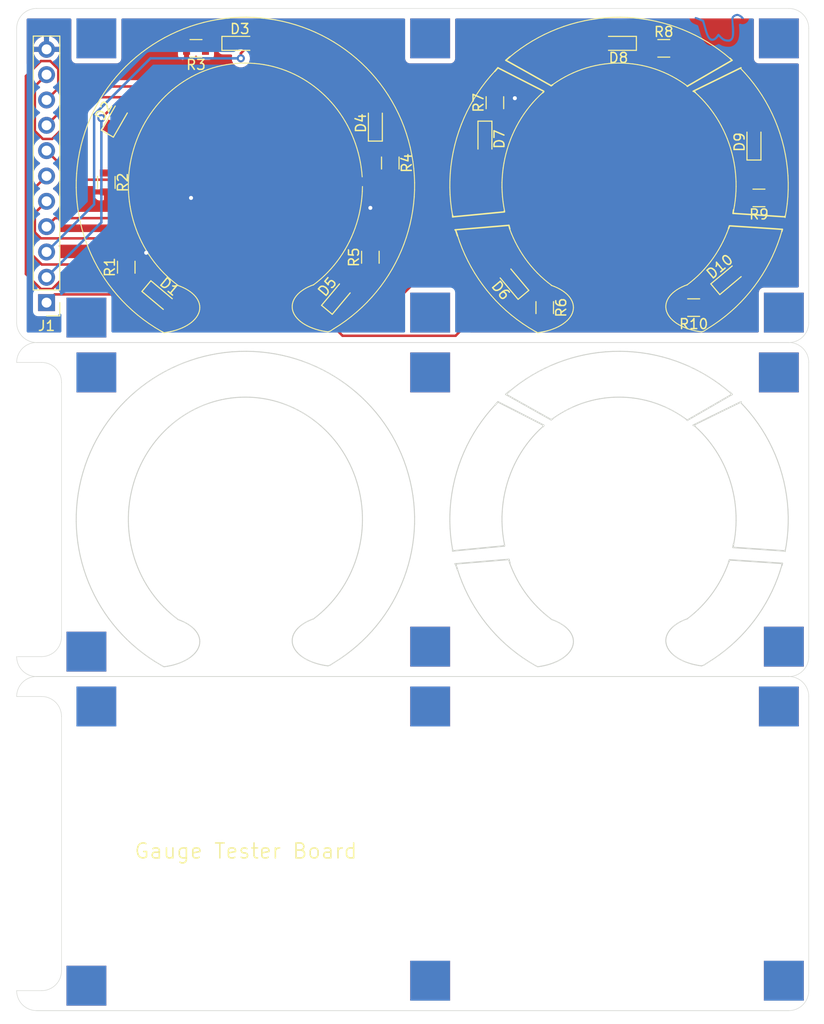
<source format=kicad_pcb>
(kicad_pcb (version 20171130) (host pcbnew 5.1.0)
  (layers (0 F.Cu signal) (31 B.Cu signal) (34 B.Paste user) (35 F.Paste user) (36 B.SilkS user) (37 F.SilkS user) (38 B.Mask user) (39 F.Mask user) (44 Edge.Cuts user))
  (net 0 "")
  (net 1 "Net-(D1-Pad1)")
  (net 2 a)
  (net 3 f)
  (net 4 "Net-(D2-Pad1)")
  (net 5 "Net-(D3-Pad1)")
  (net 6 b)
  (net 7 g)
  (net 8 "Net-(D4-Pad1)")
  (net 9 c)
  (net 10 "Net-(D5-Pad1)")
  (net 11 "Net-(D6-Pad1)")
  (net 12 h)
  (net 13 "Net-(D7-Pad1)")
  (net 14 d)
  (net 15 i)
  (net 16 "Net-(D8-Pad1)")
  (net 17 e)
  (net 18 "Net-(D9-Pad1)")
  (net 19 "Net-(D10-Pad1)")
  (net 20 j)
  (net 21 VSS)
  (module NFCBuisness:W (layer B.Cu) (at 179 53 180)
    (fp_text reference Ref** hide)
    (fp_text value Val** hide)
    (fp_poly (pts (xy -1.630587 2.420899) (xy -1.447524 2.328559) (xy -1.311592 2.194757) (xy -1.304211 2.183555) (xy -1.265704 2.11344) (xy -1.244213 2.038839) (xy -1.23774 1.938094) (xy -1.244287 1.789546) (xy -1.255088 1.651) (xy -1.268682 1.442824) (xy -1.279873 1.184894) (xy -1.287394 0.912114) (xy -1.289962 0.690936) (xy -1.289221 0.458958) (xy -1.284387 0.294975) (xy -1.273305 0.182336) (xy -1.25382 0.10439) (xy -1.223775 0.044488) (xy -1.202268 0.013603) (xy -1.116398 -0.071274) (xy -1.002822 -0.111004) (xy -0.929984 -0.119227) (xy -0.68211 -0.100096) (xy -0.454281 -0.00289) (xy -0.240656 0.175182) (xy -0.185776 0.236175) (xy -0.081108 0.349759) (xy 0.009066 0.431822) (xy 0.066141 0.465547) (xy 0.068112 0.465666) (xy 0.123755 0.432548) (xy 0.197182 0.348904) (xy 0.229505 0.301607) (xy 0.376869 0.110873) (xy 0.526913 -0.003226) (xy 0.674284 -0.03902) (xy 0.813631 0.005163) (xy 0.907971 0.089777) (xy 0.988653 0.198585) (xy 1.058934 0.326542) (xy 1.126082 0.490779) (xy 1.197364 0.708426) (xy 1.255985 0.910166) (xy 1.31545 1.12099) (xy 1.377683 1.340443) (xy 1.431333 1.528529) (xy 1.442246 1.566558) (xy 1.521416 1.84195) (xy 1.949565 2.005418) (xy 2.167567 2.084028) (xy 2.315998 2.126297) (xy 2.401001 2.133773) (xy 2.422145 2.124455) (xy 2.452677 2.065526) (xy 2.41974 2.005855) (xy 2.317286 1.940366) (xy 2.13927 1.863979) (xy 2.089887 1.8454) (xy 1.930263 1.78316) (xy 1.799296 1.726134) (xy 1.71927 1.684217) (xy 1.708527 1.676067) (xy 1.680315 1.619963) (xy 1.636526 1.498254) (xy 1.582553 1.327363) (xy 1.52379 1.123712) (xy 1.507251 1.063196) (xy 1.396737 0.68139) (xy 1.290651 0.376432) (xy 1.184846 0.140938) (xy 1.075173 -0.032475) (xy 0.957485 -0.15119) (xy 0.827635 -0.222591) (xy 0.776069 -0.238398) (xy 0.602379 -0.241191) (xy 0.418574 -0.174646) (xy 0.246259 -0.047924) (xy 0.192569 0.009056) (xy 0.041511 0.185533) (xy -0.128458 0.008645) (xy -0.312966 -0.157866) (xy -0.496288 -0.260737) (xy -0.709082 -0.314778) (xy -0.823587 -0.327186) (xy -0.981029 -0.333485) (xy -1.090094 -0.317957) (xy -1.185756 -0.27362) (xy -1.227666 -0.246552) (xy -1.355913 -0.118677) (xy -1.447302 0.068507) (xy -1.502345 0.318683) (xy -1.521551 0.635539) (xy -1.505431 1.022758) (xy -1.460818 1.436924) (xy -1.432055 1.688127) (xy -1.424811 1.871541) (xy -1.442863 2.002167) (xy -1.489991 2.095003) (xy -1.569973 2.165049) (xy -1.656298 2.212878) (xy -1.801342 2.257899) (xy -1.939703 2.239415) (xy -2.087459 2.15265) (xy -2.203421 2.05035) (xy -2.298884 1.96489) (xy -2.361491 1.934189) (xy -2.413708 1.94891) (xy -2.426473 1.957639) (xy -2.473927 2.002339) (xy -2.467648 2.051331) (xy -2.429475 2.110518) (xy -2.32004 2.223928) (xy -2.167499 2.330713) (xy -2.002595 2.413218) (xy -1.856072 2.453788) (xy -1.829026 2.455333) (xy -1.630587 2.420899)) (layer B.Cu) (width 0.01))
  )
  (module S4Badge:Gauge_silk (layer F.Cu) (at 168.5 67)
    (fp_text reference Ref** hide)
    (fp_text value Val** hide)
  )
  (module S4Badge:Gauge_Open_Silk (layer F.Cu) (at 131 67)
    (fp_text reference Ref** hide)
    (fp_text value Val** hide)
  )
  (module S4Badge:Gauge_Open_mask (layer F.Cu) (at 131 134)
    (fp_text reference Ref** hide)
    (fp_text value Val** hide)
  )
  (module S4Badge:ReflowPad (layer B.Cu) (at 115.5 148)
    (fp_text reference REF**)
    (fp_text value ReflowPad)
    (pad 1 smd rect (at 0 0) (size 4 4) (layers B.Cu B.Paste B.Mask))
  )
  (module S4Badge:ReflowPad (layer F.Cu) (at 116.5 120)
    (fp_text reference REF**)
    (fp_text value ReflowPad)
    (pad 1 smd rect (at 0 0) (size 4 4) (layers F.Cu F.Paste F.Mask))
  )
  (module S4Badge:ReflowPad (layer B.Cu) (at 116.5 120)
    (fp_text reference REF**)
    (fp_text value ReflowPad)
    (pad 1 smd rect (at 0 0) (size 4 4) (layers B.Cu B.Paste B.Mask))
  )
  (module S4Badge:ReflowPad (layer F.Cu) (at 185 120)
    (fp_text reference REF**)
    (fp_text value ReflowPad)
    (pad 1 smd rect (at 0 0) (size 4 4) (layers F.Cu F.Paste F.Mask))
  )
  (module S4Badge:ReflowPad (layer B.Cu) (at 185 120)
    (fp_text reference REF**)
    (fp_text value ReflowPad)
    (pad 1 smd rect (at 0 0) (size 4 4) (layers B.Cu B.Paste B.Mask))
  )
  (module S4Badge:ReflowPad (layer F.Cu) (at 150 147.5)
    (fp_text reference REF**)
    (fp_text value ReflowPad)
    (pad 1 smd rect (at 0 0) (size 4 4) (layers F.Cu F.Paste F.Mask))
  )
  (module S4Badge:ReflowPad (layer F.Cu) (at 150 120)
    (fp_text reference REF**)
    (fp_text value ReflowPad)
    (pad 1 smd rect (at 0 0) (size 4 4) (layers F.Cu F.Paste F.Mask))
  )
  (module S4Badge:ReflowPad (layer F.Cu) (at 185.5 147.5)
    (fp_text reference REF**)
    (fp_text value ReflowPad)
    (pad 1 smd rect (at 0 0) (size 4 4) (layers F.Cu F.Paste F.Mask))
  )
  (module S4Badge:ReflowPad (layer F.Cu) (at 115.5 148)
    (fp_text reference REF**)
    (fp_text value ReflowPad)
    (pad 1 smd rect (at 0 0) (size 4 4) (layers F.Cu F.Paste F.Mask))
  )
  (module S4Badge:ReflowPad (layer B.Cu) (at 185.5 147.5)
    (fp_text reference REF**)
    (fp_text value ReflowPad)
    (pad 1 smd rect (at 0 0) (size 4 4) (layers B.Cu B.Paste B.Mask))
  )
  (module S4Badge:ReflowPad (layer B.Cu) (at 150 120)
    (fp_text reference REF**)
    (fp_text value ReflowPad)
    (pad 1 smd rect (at 0 0) (size 4 4) (layers B.Cu B.Paste B.Mask))
  )
  (module S4Badge:ReflowPad (layer B.Cu) (at 150 147.5)
    (fp_text reference REF**)
    (fp_text value ReflowPad)
    (pad 1 smd rect (at 0 0) (size 4 4) (layers B.Cu B.Paste B.Mask))
  )
  (module S4Badge:ReflowPad (layer B.Cu) (at 185.5 114)
    (fp_text reference REF**)
    (fp_text value ReflowPad)
    (pad 1 smd rect (at 0 0) (size 4 4) (layers B.Cu B.Paste B.Mask))
  )
  (module S4Badge:ReflowPad (layer B.Cu) (at 150 86.5)
    (fp_text reference REF**)
    (fp_text value ReflowPad)
    (pad 1 smd rect (at 0 0) (size 4 4) (layers B.Cu B.Paste B.Mask))
  )
  (module S4Badge:ReflowPad (layer F.Cu) (at 185 86.5)
    (fp_text reference REF**)
    (fp_text value ReflowPad)
    (pad 1 smd rect (at 0 0) (size 4 4) (layers F.Cu F.Paste F.Mask))
  )
  (module S4Badge:ReflowPad (layer B.Cu) (at 150 114)
    (fp_text reference REF**)
    (fp_text value ReflowPad)
    (pad 1 smd rect (at 0 0) (size 4 4) (layers B.Cu B.Paste B.Mask))
  )
  (module S4Badge:ReflowPad (layer F.Cu) (at 150 114)
    (fp_text reference REF**)
    (fp_text value ReflowPad)
    (pad 1 smd rect (at 0 0) (size 4 4) (layers F.Cu F.Paste F.Mask))
  )
  (module S4Badge:ReflowPad (layer B.Cu) (at 185 86.5)
    (fp_text reference REF**)
    (fp_text value ReflowPad)
    (pad 1 smd rect (at 0 0) (size 4 4) (layers B.Cu B.Paste B.Mask))
  )
  (module S4Badge:Gauge (layer F.Cu) (at 131 100.5)
    (fp_text reference Ref** hide)
    (fp_text value Val** hide)
    (fp_line (start -6.28228 10.788562) (end -6.668409 10.493873) (layer Edge.Cuts) (width 0.1))
    (fp_line (start -6.668409 10.493873) (end -7.040388 10.185177) (layer Edge.Cuts) (width 0.1))
    (fp_line (start -7.040388 10.185177) (end -7.398041 9.86301) (layer Edge.Cuts) (width 0.1))
    (fp_line (start -7.398041 9.86301) (end -7.741194 9.527908) (layer Edge.Cuts) (width 0.1))
    (fp_line (start -7.741194 9.527908) (end -8.069671 9.180409) (layer Edge.Cuts) (width 0.1))
    (fp_line (start -8.069671 9.180409) (end -8.383298 8.821048) (layer Edge.Cuts) (width 0.1))
    (fp_line (start -8.383298 8.821048) (end -8.6819 8.450363) (layer Edge.Cuts) (width 0.1))
    (fp_line (start -8.6819 8.450363) (end -8.965303 8.068889) (layer Edge.Cuts) (width 0.1))
    (fp_line (start -8.965303 8.068889) (end -9.23333 7.677165) (layer Edge.Cuts) (width 0.1))
    (fp_line (start -9.23333 7.677165) (end -9.485807 7.275725) (layer Edge.Cuts) (width 0.1))
    (fp_line (start -9.485807 7.275725) (end -9.72256 6.865108) (layer Edge.Cuts) (width 0.1))
    (fp_line (start -9.72256 6.865108) (end -9.943414 6.445849) (layer Edge.Cuts) (width 0.1))
    (fp_line (start -9.943414 6.445849) (end -10.148193 6.018485) (layer Edge.Cuts) (width 0.1))
    (fp_line (start -10.148193 6.018485) (end -10.336723 5.583553) (layer Edge.Cuts) (width 0.1))
    (fp_line (start -10.336723 5.583553) (end -10.508829 5.14159) (layer Edge.Cuts) (width 0.1))
    (fp_line (start -10.508829 5.14159) (end -10.664336 4.693131) (layer Edge.Cuts) (width 0.1))
    (fp_line (start -10.664336 4.693131) (end -10.803069 4.238714) (layer Edge.Cuts) (width 0.1))
    (fp_line (start -10.803069 4.238714) (end -10.924853 3.778875) (layer Edge.Cuts) (width 0.1))
    (fp_line (start -10.924853 3.778875) (end -11.029513 3.314151) (layer Edge.Cuts) (width 0.1))
    (fp_line (start -11.029513 3.314151) (end -11.116875 2.845079) (layer Edge.Cuts) (width 0.1))
    (fp_line (start -11.116875 2.845079) (end -11.186764 2.372194) (layer Edge.Cuts) (width 0.1))
    (fp_line (start -11.186764 2.372194) (end -11.239004 1.896035) (layer Edge.Cuts) (width 0.1))
    (fp_line (start -11.239004 1.896035) (end -11.273422 1.417136) (layer Edge.Cuts) (width 0.1))
    (fp_line (start -11.273422 1.417136) (end -11.289841 0.936036) (layer Edge.Cuts) (width 0.1))
    (fp_line (start -11.289841 0.936036) (end -11.288087 0.45327) (layer Edge.Cuts) (width 0.1))
    (fp_line (start -11.288087 0.45327) (end -11.267986 -0.030625) (layer Edge.Cuts) (width 0.1))
    (fp_line (start -11.267986 -0.030625) (end -11.229361 -0.515111) (layer Edge.Cuts) (width 0.1))
    (fp_line (start -11.229361 -0.515111) (end -11.17204 -0.999654) (layer Edge.Cuts) (width 0.1))
    (fp_line (start -11.17204 -0.999654) (end -11.095846 -1.483715) (layer Edge.Cuts) (width 0.1))
    (fp_line (start -11.095846 -1.483715) (end -11.000604 -1.966759) (layer Edge.Cuts) (width 0.1))
    (fp_line (start -11.000604 -1.966759) (end -10.886141 -2.448248) (layer Edge.Cuts) (width 0.1))
    (fp_line (start -10.886141 -2.448248) (end -10.75228 -2.927647) (layer Edge.Cuts) (width 0.1))
    (fp_line (start -10.75228 -2.927647) (end -10.599983 -3.40101) (layer Edge.Cuts) (width 0.1))
    (fp_line (start -10.599983 -3.40101) (end -10.430618 -3.864526) (layer Edge.Cuts) (width 0.1))
    (fp_line (start -10.430618 -3.864526) (end -10.244623 -4.31786) (layer Edge.Cuts) (width 0.1))
    (fp_line (start -10.244623 -4.31786) (end -10.042434 -4.760674) (layer Edge.Cuts) (width 0.1))
    (fp_line (start -10.042434 -4.760674) (end -9.824489 -5.192632) (layer Edge.Cuts) (width 0.1))
    (fp_line (start -9.824489 -5.192632) (end -9.591224 -5.613399) (layer Edge.Cuts) (width 0.1))
    (fp_line (start -9.591224 -5.613399) (end -9.343077 -6.022638) (layer Edge.Cuts) (width 0.1))
    (fp_line (start -9.343077 -6.022638) (end -9.080484 -6.420012) (layer Edge.Cuts) (width 0.1))
    (fp_line (start -9.080484 -6.420012) (end -8.803883 -6.805185) (layer Edge.Cuts) (width 0.1))
    (fp_line (start -8.803883 -6.805185) (end -8.513711 -7.177822) (layer Edge.Cuts) (width 0.1))
    (fp_line (start -8.513711 -7.177822) (end -8.210405 -7.537585) (layer Edge.Cuts) (width 0.1))
    (fp_line (start -8.210405 -7.537585) (end -7.894402 -7.884139) (layer Edge.Cuts) (width 0.1))
    (fp_line (start -7.894402 -7.884139) (end -7.566139 -8.217147) (layer Edge.Cuts) (width 0.1))
    (fp_line (start -7.566139 -8.217147) (end -7.226052 -8.536272) (layer Edge.Cuts) (width 0.1))
    (fp_line (start -7.226052 -8.536272) (end -6.87458 -8.841179) (layer Edge.Cuts) (width 0.1))
    (fp_line (start -6.87458 -8.841179) (end -6.512159 -9.131532) (layer Edge.Cuts) (width 0.1))
    (fp_line (start -6.512159 -9.131532) (end -6.139226 -9.406994) (layer Edge.Cuts) (width 0.1))
    (fp_line (start -6.139226 -9.406994) (end -5.756218 -9.667228) (layer Edge.Cuts) (width 0.1))
    (fp_line (start -5.756218 -9.667228) (end -5.363572 -9.911898) (layer Edge.Cuts) (width 0.1))
    (fp_line (start -5.363572 -9.911898) (end -4.961726 -10.140669) (layer Edge.Cuts) (width 0.1))
    (fp_line (start -4.961726 -10.140669) (end -4.551116 -10.353204) (layer Edge.Cuts) (width 0.1))
    (fp_line (start -4.551116 -10.353204) (end -4.132179 -10.549166) (layer Edge.Cuts) (width 0.1))
    (fp_line (start -4.132179 -10.549166) (end -3.705353 -10.72822) (layer Edge.Cuts) (width 0.1))
    (fp_line (start -3.705353 -10.72822) (end -3.271075 -10.890028) (layer Edge.Cuts) (width 0.1))
    (fp_line (start -3.271075 -10.890028) (end -2.829781 -11.034255) (layer Edge.Cuts) (width 0.1))
    (fp_line (start -2.829781 -11.034255) (end -2.381909 -11.160565) (layer Edge.Cuts) (width 0.1))
    (fp_line (start -2.381909 -11.160565) (end -1.927895 -11.26862) (layer Edge.Cuts) (width 0.1))
    (fp_line (start -1.927895 -11.26862) (end -1.468177 -11.358086) (layer Edge.Cuts) (width 0.1))
    (fp_line (start -1.468177 -11.358086) (end -1.003192 -11.428625) (layer Edge.Cuts) (width 0.1))
    (fp_line (start -1.003192 -11.428625) (end -0.533377 -11.479901) (layer Edge.Cuts) (width 0.1))
    (fp_line (start -0.533377 -11.479901) (end -0.059168 -11.511578) (layer Edge.Cuts) (width 0.1))
    (fp_line (start -0.059168 -11.511578) (end 0.418996 -11.52332) (layer Edge.Cuts) (width 0.1))
    (fp_line (start 0.418996 -11.52332) (end 0.897225 -11.51489) (layer Edge.Cuts) (width 0.1))
    (fp_line (start 0.897225 -11.51489) (end 1.371624 -11.486498) (layer Edge.Cuts) (width 0.1))
    (fp_line (start 1.371624 -11.486498) (end 1.841755 -11.438477) (layer Edge.Cuts) (width 0.1))
    (fp_line (start 1.841755 -11.438477) (end 2.307178 -11.37116) (layer Edge.Cuts) (width 0.1))
    (fp_line (start 2.307178 -11.37116) (end 2.767454 -11.28488) (layer Edge.Cuts) (width 0.1))
    (fp_line (start 2.767454 -11.28488) (end 3.222144 -11.179971) (layer Edge.Cuts) (width 0.1))
    (fp_line (start 3.222144 -11.179971) (end 3.670809 -11.056766) (layer Edge.Cuts) (width 0.1))
    (fp_line (start 3.670809 -11.056766) (end 4.11301 -10.915598) (layer Edge.Cuts) (width 0.1))
    (fp_line (start 4.11301 -10.915598) (end 4.548307 -10.756801) (layer Edge.Cuts) (width 0.1))
    (fp_line (start 4.548307 -10.756801) (end 4.976262 -10.580708) (layer Edge.Cuts) (width 0.1))
    (fp_line (start 4.976262 -10.580708) (end 5.396434 -10.387651) (layer Edge.Cuts) (width 0.1))
    (fp_line (start 5.396434 -10.387651) (end 5.808385 -10.177965) (layer Edge.Cuts) (width 0.1))
    (fp_line (start 5.808385 -10.177965) (end 6.211676 -9.951982) (layer Edge.Cuts) (width 0.1))
    (fp_line (start 6.211676 -9.951982) (end 6.605868 -9.710036) (layer Edge.Cuts) (width 0.1))
    (fp_line (start 6.605868 -9.710036) (end 6.990521 -9.45246) (layer Edge.Cuts) (width 0.1))
    (fp_line (start 6.990521 -9.45246) (end 7.365196 -9.179588) (layer Edge.Cuts) (width 0.1))
    (fp_line (start 7.365196 -9.179588) (end 7.729454 -8.891751) (layer Edge.Cuts) (width 0.1))
    (fp_line (start 7.729454 -8.891751) (end 8.082856 -8.589285) (layer Edge.Cuts) (width 0.1))
    (fp_line (start 8.082856 -8.589285) (end 8.424963 -8.272522) (layer Edge.Cuts) (width 0.1))
    (fp_line (start 8.424963 -8.272522) (end 8.755335 -7.941795) (layer Edge.Cuts) (width 0.1))
    (fp_line (start 8.755335 -7.941795) (end 9.073533 -7.597437) (layer Edge.Cuts) (width 0.1))
    (fp_line (start 9.073533 -7.597437) (end 9.379119 -7.239782) (layer Edge.Cuts) (width 0.1))
    (fp_line (start 9.379119 -7.239782) (end 9.671652 -6.869164) (layer Edge.Cuts) (width 0.1))
    (fp_line (start 9.671652 -6.869164) (end 9.950694 -6.485914) (layer Edge.Cuts) (width 0.1))
    (fp_line (start 9.950694 -6.485914) (end 10.215806 -6.090367) (layer Edge.Cuts) (width 0.1))
    (fp_line (start 10.215806 -6.090367) (end 10.466548 -5.682856) (layer Edge.Cuts) (width 0.1))
    (fp_line (start 10.466548 -5.682856) (end 10.702481 -5.263714) (layer Edge.Cuts) (width 0.1))
    (fp_line (start 10.702481 -5.263714) (end 10.923166 -4.833275) (layer Edge.Cuts) (width 0.1))
    (fp_line (start 10.923166 -4.833275) (end 11.128164 -4.39187) (layer Edge.Cuts) (width 0.1))
    (fp_line (start 11.128164 -4.39187) (end 11.317035 -3.939835) (layer Edge.Cuts) (width 0.1))
    (fp_line (start 11.317035 -3.939835) (end 11.489342 -3.477502) (layer Edge.Cuts) (width 0.1))
    (fp_line (start 11.489342 -3.477502) (end 11.644643 -3.005204) (layer Edge.Cuts) (width 0.1))
    (fp_line (start 11.644643 -3.005204) (end 11.781547 -2.526743) (layer Edge.Cuts) (width 0.1))
    (fp_line (start 11.781547 -2.526743) (end 11.899067 -2.046057) (layer Edge.Cuts) (width 0.1))
    (fp_line (start 11.899067 -2.046057) (end 11.997376 -1.563683) (layer Edge.Cuts) (width 0.1))
    (fp_line (start 11.997376 -1.563683) (end 12.076644 -1.08016) (layer Edge.Cuts) (width 0.1))
    (fp_line (start 12.076644 -1.08016) (end 12.137043 -0.596026) (layer Edge.Cuts) (width 0.1))
    (fp_line (start 12.137043 -0.596026) (end 12.178745 -0.111817) (layer Edge.Cuts) (width 0.1))
    (fp_line (start 12.178745 -0.111817) (end 12.20192 0.371928) (layer Edge.Cuts) (width 0.1))
    (fp_line (start 12.20192 0.371928) (end 12.206741 0.854671) (layer Edge.Cuts) (width 0.1))
    (fp_line (start 12.206741 0.854671) (end 12.193379 1.335874) (layer Edge.Cuts) (width 0.1))
    (fp_line (start 12.193379 1.335874) (end 12.162006 1.815001) (layer Edge.Cuts) (width 0.1))
    (fp_line (start 12.162006 1.815001) (end 12.112792 2.291511) (layer Edge.Cuts) (width 0.1))
    (fp_line (start 12.112792 2.291511) (end 12.045909 2.764869) (layer Edge.Cuts) (width 0.1))
    (fp_line (start 12.045909 2.764869) (end 11.96153 3.234537) (layer Edge.Cuts) (width 0.1))
    (fp_line (start 11.96153 3.234537) (end 11.859824 3.699975) (layer Edge.Cuts) (width 0.1))
    (fp_line (start 11.859824 3.699975) (end 11.740964 4.160647) (layer Edge.Cuts) (width 0.1))
    (fp_line (start 11.740964 4.160647) (end 11.605122 4.616015) (layer Edge.Cuts) (width 0.1))
    (fp_line (start 11.605122 4.616015) (end 11.452468 5.065541) (layer Edge.Cuts) (width 0.1))
    (fp_line (start 11.452468 5.065541) (end 11.283174 5.508687) (layer Edge.Cuts) (width 0.1))
    (fp_line (start 11.283174 5.508687) (end 11.097412 5.944915) (layer Edge.Cuts) (width 0.1))
    (fp_line (start 11.097412 5.944915) (end 10.895352 6.373687) (layer Edge.Cuts) (width 0.1))
    (fp_line (start 10.895352 6.373687) (end 10.677168 6.794466) (layer Edge.Cuts) (width 0.1))
    (fp_line (start 10.677168 6.794466) (end 10.443029 7.206714) (layer Edge.Cuts) (width 0.1))
    (fp_line (start 10.443029 7.206714) (end 10.193108 7.609893) (layer Edge.Cuts) (width 0.1))
    (fp_line (start 10.193108 7.609893) (end 9.927575 8.003466) (layer Edge.Cuts) (width 0.1))
    (fp_line (start 9.927575 8.003466) (end 9.646603 8.386893) (layer Edge.Cuts) (width 0.1))
    (fp_line (start 9.646603 8.386893) (end 9.350363 8.759638) (layer Edge.Cuts) (width 0.1))
    (fp_line (start 9.350363 8.759638) (end 9.039026 9.121163) (layer Edge.Cuts) (width 0.1))
    (fp_line (start 9.039026 9.121163) (end 8.712764 9.47093) (layer Edge.Cuts) (width 0.1))
    (fp_line (start 8.712764 9.47093) (end 8.371748 9.808401) (layer Edge.Cuts) (width 0.1))
    (fp_line (start 8.371748 9.808401) (end 8.01615 10.133038) (layer Edge.Cuts) (width 0.1))
    (fp_line (start 8.01615 10.133038) (end 7.64614 10.444304) (layer Edge.Cuts) (width 0.1))
    (fp_line (start 7.64614 10.444304) (end 7.261892 10.74166) (layer Edge.Cuts) (width 0.1))
    (fp_line (start -7.710075 15.518461) (end -7.981962 15.37383) (layer Edge.Cuts) (width 0.1))
    (fp_line (start -7.981962 15.37383) (end -8.605973 15.0015) (layer Edge.Cuts) (width 0.1))
    (fp_line (start -8.605973 15.0015) (end -9.209392 14.60574) (layer Edge.Cuts) (width 0.1))
    (fp_line (start -9.209392 14.60574) (end -9.791837 14.18738) (layer Edge.Cuts) (width 0.1))
    (fp_line (start -9.791837 14.18738) (end -10.352924 13.74728) (layer Edge.Cuts) (width 0.1))
    (fp_line (start -10.352924 13.74728) (end -10.892271 13.28626) (layer Edge.Cuts) (width 0.1))
    (fp_line (start -10.892271 13.28626) (end -11.409495 12.80516) (layer Edge.Cuts) (width 0.1))
    (fp_line (start -11.409495 12.80516) (end -11.904212 12.30483) (layer Edge.Cuts) (width 0.1))
    (fp_line (start -11.904212 12.30483) (end -12.376039 11.7861) (layer Edge.Cuts) (width 0.1))
    (fp_line (start -12.376039 11.7861) (end -12.824593 11.2498) (layer Edge.Cuts) (width 0.1))
    (fp_line (start -12.824593 11.2498) (end -13.249491 10.69678) (layer Edge.Cuts) (width 0.1))
    (fp_line (start -13.249491 10.69678) (end -13.650351 10.12788) (layer Edge.Cuts) (width 0.1))
    (fp_line (start -13.650351 10.12788) (end -14.026789 9.54393) (layer Edge.Cuts) (width 0.1))
    (fp_line (start -14.026789 9.54393) (end -14.378422 8.94577) (layer Edge.Cuts) (width 0.1))
    (fp_line (start -14.378422 8.94577) (end -14.704866 8.33424) (layer Edge.Cuts) (width 0.1))
    (fp_line (start -14.704866 8.33424) (end -15.00574 7.71017) (layer Edge.Cuts) (width 0.1))
    (fp_line (start -15.00574 7.71017) (end -15.28066 7.07441) (layer Edge.Cuts) (width 0.1))
    (fp_line (start -15.28066 7.07441) (end -15.529242 6.4278) (layer Edge.Cuts) (width 0.1))
    (fp_line (start -15.529242 6.4278) (end -15.751104 5.77116) (layer Edge.Cuts) (width 0.1))
    (fp_line (start -15.751104 5.77116) (end -15.945863 5.10535) (layer Edge.Cuts) (width 0.1))
    (fp_line (start -15.945863 5.10535) (end -16.113135 4.43119) (layer Edge.Cuts) (width 0.1))
    (fp_line (start -16.113135 4.43119) (end -16.252538 3.74953) (layer Edge.Cuts) (width 0.1))
    (fp_line (start -16.252538 3.74953) (end -16.363689 3.0612) (layer Edge.Cuts) (width 0.1))
    (fp_line (start -16.363689 3.0612) (end -16.446209 2.36705) (layer Edge.Cuts) (width 0.1))
    (fp_line (start -16.446209 2.36705) (end -16.499709 1.6679) (layer Edge.Cuts) (width 0.1))
    (fp_line (start -16.499709 1.6679) (end -16.523799 0.9646) (layer Edge.Cuts) (width 0.1))
    (fp_line (start -16.523799 0.9646) (end -16.518099 0.25799) (layer Edge.Cuts) (width 0.1))
    (fp_line (start -16.518099 0.25799) (end -16.482239 -0.45109) (layer Edge.Cuts) (width 0.1))
    (fp_line (start -16.482239 -0.45109) (end -16.415829 -1.16182) (layer Edge.Cuts) (width 0.1))
    (fp_line (start -16.415829 -1.16182) (end -16.318489 -1.87334) (layer Edge.Cuts) (width 0.1))
    (fp_line (start -16.318489 -1.87334) (end -16.18983 -2.58482) (layer Edge.Cuts) (width 0.1))
    (fp_line (start -16.18983 -2.58482) (end -16.029471 -3.29543) (layer Edge.Cuts) (width 0.1))
    (fp_line (start -16.029471 -3.29543) (end -15.838653 -3.99858) (layer Edge.Cuts) (width 0.1))
    (fp_line (start -15.838653 -3.99858) (end -15.61936 -4.68787) (layer Edge.Cuts) (width 0.1))
    (fp_line (start -15.61936 -4.68787) (end -15.372323 -5.36273) (layer Edge.Cuts) (width 0.1))
    (fp_line (start -15.372323 -5.36273) (end -15.098275 -6.0226) (layer Edge.Cuts) (width 0.1))
    (fp_line (start -15.098275 -6.0226) (end -14.797946 -6.66692) (layer Edge.Cuts) (width 0.1))
    (fp_line (start -14.797946 -6.66692) (end -14.47207 -7.29512) (layer Edge.Cuts) (width 0.1))
    (fp_line (start -14.47207 -7.29512) (end -14.121376 -7.90663) (layer Edge.Cuts) (width 0.1))
    (fp_line (start -14.121376 -7.90663) (end -13.746596 -8.50089) (layer Edge.Cuts) (width 0.1))
    (fp_line (start -13.746596 -8.50089) (end -13.348464 -9.07734) (layer Edge.Cuts) (width 0.1))
    (fp_line (start -13.348464 -9.07734) (end -12.927709 -9.6354) (layer Edge.Cuts) (width 0.1))
    (fp_line (start -12.927709 -9.6354) (end -12.485064 -10.17452) (layer Edge.Cuts) (width 0.1))
    (fp_line (start -12.485064 -10.17452) (end -12.021259 -10.69413) (layer Edge.Cuts) (width 0.1))
    (fp_line (start -12.021259 -10.69413) (end -11.537028 -11.19366) (layer Edge.Cuts) (width 0.1))
    (fp_line (start -11.537028 -11.19366) (end -11.033101 -11.67255) (layer Edge.Cuts) (width 0.1))
    (fp_line (start -11.033101 -11.67255) (end -10.510211 -12.13024) (layer Edge.Cuts) (width 0.1))
    (fp_line (start -10.510211 -12.13024) (end -9.969088 -12.56615) (layer Edge.Cuts) (width 0.1))
    (fp_line (start -9.969088 -12.56615) (end -9.410464 -12.97973) (layer Edge.Cuts) (width 0.1))
    (fp_line (start -9.410464 -12.97973) (end -8.835072 -13.3704) (layer Edge.Cuts) (width 0.1))
    (fp_line (start -8.835072 -13.3704) (end -8.243642 -13.73761) (layer Edge.Cuts) (width 0.1))
    (fp_line (start -8.243642 -13.73761) (end -7.636906 -14.08078) (layer Edge.Cuts) (width 0.1))
    (fp_line (start -7.636906 -14.08078) (end -7.015596 -14.39936) (layer Edge.Cuts) (width 0.1))
    (fp_line (start -7.015596 -14.39936) (end -6.380443 -14.69278) (layer Edge.Cuts) (width 0.1))
    (fp_line (start -6.380443 -14.69278) (end -5.732179 -14.96047) (layer Edge.Cuts) (width 0.1))
    (fp_line (start -5.732179 -14.96047) (end -5.071537 -15.20186) (layer Edge.Cuts) (width 0.1))
    (fp_line (start -5.071537 -15.20186) (end -4.399246 -15.4164) (layer Edge.Cuts) (width 0.1))
    (fp_line (start -4.399246 -15.4164) (end -3.71604 -15.60351) (layer Edge.Cuts) (width 0.1))
    (fp_line (start -3.71604 -15.60351) (end -3.022649 -15.76264) (layer Edge.Cuts) (width 0.1))
    (fp_line (start -3.022649 -15.76264) (end -2.319805 -15.89321) (layer Edge.Cuts) (width 0.1))
    (fp_line (start -2.319805 -15.89321) (end -1.60824 -15.99467) (layer Edge.Cuts) (width 0.1))
    (fp_line (start -1.60824 -15.99467) (end -0.888685 -16.06647) (layer Edge.Cuts) (width 0.1))
    (fp_line (start -0.888685 -16.06647) (end -0.161873 -16.10797) (layer Edge.Cuts) (width 0.1))
    (fp_line (start -0.161873 -16.10797) (end 0.571466 -16.11867) (layer Edge.Cuts) (width 0.1))
    (fp_line (start 0.571466 -16.11867) (end 1.304595 -16.09817) (layer Edge.Cuts) (width 0.1))
    (fp_line (start 1.304595 -16.09817) (end 2.030784 -16.04697) (layer Edge.Cuts) (width 0.1))
    (fp_line (start 2.030784 -16.04697) (end 2.749308 -15.96567) (layer Edge.Cuts) (width 0.1))
    (fp_line (start 2.749308 -15.96567) (end 3.459444 -15.85478) (layer Edge.Cuts) (width 0.1))
    (fp_line (start 3.459444 -15.85478) (end 4.160468 -15.71489) (layer Edge.Cuts) (width 0.1))
    (fp_line (start 4.160468 -15.71489) (end 4.851655 -15.54657) (layer Edge.Cuts) (width 0.1))
    (fp_line (start 4.851655 -15.54657) (end 5.532281 -15.3504) (layer Edge.Cuts) (width 0.1))
    (fp_line (start 5.532281 -15.3504) (end 6.201624 -15.12696) (layer Edge.Cuts) (width 0.1))
    (fp_line (start 6.201624 -15.12696) (end 6.858958 -14.87681) (layer Edge.Cuts) (width 0.1))
    (fp_line (start 6.858958 -14.87681) (end 7.50356 -14.60055) (layer Edge.Cuts) (width 0.1))
    (fp_line (start 7.50356 -14.60055) (end 8.134706 -14.29873) (layer Edge.Cuts) (width 0.1))
    (fp_line (start 8.134706 -14.29873) (end 8.751672 -13.97193) (layer Edge.Cuts) (width 0.1))
    (fp_line (start 8.751672 -13.97193) (end 9.353734 -13.62074) (layer Edge.Cuts) (width 0.1))
    (fp_line (start 9.353734 -13.62074) (end 9.940168 -13.24571) (layer Edge.Cuts) (width 0.1))
    (fp_line (start 9.940168 -13.24571) (end 10.510251 -12.84744) (layer Edge.Cuts) (width 0.1))
    (fp_line (start 10.510251 -12.84744) (end 11.063257 -12.42649) (layer Edge.Cuts) (width 0.1))
    (fp_line (start 11.063257 -12.42649) (end 11.598463 -11.98343) (layer Edge.Cuts) (width 0.1))
    (fp_line (start 11.598463 -11.98343) (end 12.115146 -11.51885) (layer Edge.Cuts) (width 0.1))
    (fp_line (start 12.115146 -11.51885) (end 12.612581 -11.03331) (layer Edge.Cuts) (width 0.1))
    (fp_line (start 12.612581 -11.03331) (end 13.090044 -10.5274) (layer Edge.Cuts) (width 0.1))
    (fp_line (start 13.090044 -10.5274) (end 13.546812 -10.00169) (layer Edge.Cuts) (width 0.1))
    (fp_line (start 13.546812 -10.00169) (end 13.98216 -9.45674) (layer Edge.Cuts) (width 0.1))
    (fp_line (start 13.98216 -9.45674) (end 14.395365 -8.89314) (layer Edge.Cuts) (width 0.1))
    (fp_line (start 14.395365 -8.89314) (end 14.785702 -8.31147) (layer Edge.Cuts) (width 0.1))
    (fp_line (start 14.785702 -8.31147) (end 15.152448 -7.71229) (layer Edge.Cuts) (width 0.1))
    (fp_line (start 15.152448 -7.71229) (end 15.494878 -7.09618) (layer Edge.Cuts) (width 0.1))
    (fp_line (start 15.494878 -7.09618) (end 15.812269 -6.46371) (layer Edge.Cuts) (width 0.1))
    (fp_line (start 15.812269 -6.46371) (end 16.103897 -5.81547) (layer Edge.Cuts) (width 0.1))
    (fp_line (start 16.103897 -5.81547) (end 16.369037 -5.15201) (layer Edge.Cuts) (width 0.1))
    (fp_line (start 16.369037 -5.15201) (end 16.606967 -4.47393) (layer Edge.Cuts) (width 0.1))
    (fp_line (start 16.606967 -4.47393) (end 16.816961 -3.7818) (layer Edge.Cuts) (width 0.1))
    (fp_line (start 16.816961 -3.7818) (end 16.998296 -3.07618) (layer Edge.Cuts) (width 0.1))
    (fp_line (start 16.998296 -3.07618) (end 17.149074 -2.36351) (layer Edge.Cuts) (width 0.1))
    (fp_line (start 17.149074 -2.36351) (end 17.268144 -1.65038) (layer Edge.Cuts) (width 0.1))
    (fp_line (start 17.268144 -1.65038) (end 17.355894 -0.93763) (layer Edge.Cuts) (width 0.1))
    (fp_line (start 17.355894 -0.93763) (end 17.412734 -0.22609) (layer Edge.Cuts) (width 0.1))
    (fp_line (start 17.412734 -0.22609) (end 17.439044 0.48341) (layer Edge.Cuts) (width 0.1))
    (fp_line (start 17.439044 0.48341) (end 17.435244 1.19003) (layer Edge.Cuts) (width 0.1))
    (fp_line (start 17.435244 1.19003) (end 17.401684 1.89295) (layer Edge.Cuts) (width 0.1))
    (fp_line (start 17.401684 1.89295) (end 17.338784 2.59132) (layer Edge.Cuts) (width 0.1))
    (fp_line (start 17.338784 2.59132) (end 17.246934 3.28432) (layer Edge.Cuts) (width 0.1))
    (fp_line (start 17.246934 3.28432) (end 17.126527 3.97111) (layer Edge.Cuts) (width 0.1))
    (fp_line (start 17.126527 3.97111) (end 16.97796 4.65086) (layer Edge.Cuts) (width 0.1))
    (fp_line (start 16.97796 4.65086) (end 16.801627 5.32273) (layer Edge.Cuts) (width 0.1))
    (fp_line (start 16.801627 5.32273) (end 16.597923 5.9859) (layer Edge.Cuts) (width 0.1))
    (fp_line (start 16.597923 5.9859) (end 16.367241 6.63953) (layer Edge.Cuts) (width 0.1))
    (fp_line (start 16.367241 6.63953) (end 16.109976 7.28279) (layer Edge.Cuts) (width 0.1))
    (fp_line (start 16.109976 7.28279) (end 15.826522 7.91484) (layer Edge.Cuts) (width 0.1))
    (fp_line (start 15.826522 7.91484) (end 15.517275 8.53486) (layer Edge.Cuts) (width 0.1))
    (fp_line (start 15.517275 8.53486) (end 15.182627 9.142) (layer Edge.Cuts) (width 0.1))
    (fp_line (start 15.182627 9.142) (end 14.822973 9.73544) (layer Edge.Cuts) (width 0.1))
    (fp_line (start 14.822973 9.73544) (end 14.438708 10.31434) (layer Edge.Cuts) (width 0.1))
    (fp_line (start 14.438708 10.31434) (end 14.030226 10.87787) (layer Edge.Cuts) (width 0.1))
    (fp_line (start 14.030226 10.87787) (end 13.597921 11.4252) (layer Edge.Cuts) (width 0.1))
    (fp_line (start 13.597921 11.4252) (end 13.142187 11.9555) (layer Edge.Cuts) (width 0.1))
    (fp_line (start 13.142187 11.9555) (end 12.663419 12.46792) (layer Edge.Cuts) (width 0.1))
    (fp_line (start 12.663419 12.46792) (end 12.162011 12.96164) (layer Edge.Cuts) (width 0.1))
    (fp_line (start 12.162011 12.96164) (end 11.638358 13.43583) (layer Edge.Cuts) (width 0.1))
    (fp_line (start 11.638358 13.43583) (end 11.092853 13.88965) (layer Edge.Cuts) (width 0.1))
    (fp_line (start 11.092853 13.88965) (end 10.525892 14.32227) (layer Edge.Cuts) (width 0.1))
    (fp_line (start 10.525892 14.32227) (end 9.937867 14.73286) (layer Edge.Cuts) (width 0.1))
    (fp_line (start 9.937867 14.73286) (end 9.329175 15.12057) (layer Edge.Cuts) (width 0.1))
    (fp_line (start 9.329175 15.12057) (end 8.97583 15.350955) (layer Edge.Cuts) (width 0.1))
    (fp_line (start 8.97583 15.350955) (end 8.743313 15.431565) (layer Edge.Cuts) (width 0.1))
    (fp_line (start -6.351779 10.764566) (end -6.058486 10.872521) (layer Edge.Cuts) (width 0.1))
    (fp_line (start -6.058486 10.872521) (end -5.78339 10.991447) (layer Edge.Cuts) (width 0.1))
    (fp_line (start -5.78339 10.991447) (end -5.527091 11.120618) (layer Edge.Cuts) (width 0.1))
    (fp_line (start -5.527091 11.120618) (end -5.290188 11.259305) (layer Edge.Cuts) (width 0.1))
    (fp_line (start -5.290188 11.259305) (end -5.07328 11.406783) (layer Edge.Cuts) (width 0.1))
    (fp_line (start -5.07328 11.406783) (end -4.876967 11.562323) (layer Edge.Cuts) (width 0.1))
    (fp_line (start -4.876967 11.562323) (end -4.701848 11.725199) (layer Edge.Cuts) (width 0.1))
    (fp_line (start -4.701848 11.725199) (end -4.548523 11.894683) (layer Edge.Cuts) (width 0.1))
    (fp_line (start -4.548523 11.894683) (end -4.41759 12.070048) (layer Edge.Cuts) (width 0.1))
    (fp_line (start -4.41759 12.070048) (end -4.30965 12.250568) (layer Edge.Cuts) (width 0.1))
    (fp_line (start -4.30965 12.250568) (end -4.225301 12.435514) (layer Edge.Cuts) (width 0.1))
    (fp_line (start -4.225301 12.435514) (end -4.165144 12.62416) (layer Edge.Cuts) (width 0.1))
    (fp_line (start -4.165144 12.62416) (end -4.129777 12.815779) (layer Edge.Cuts) (width 0.1))
    (fp_line (start -4.129777 12.815779) (end -4.1198 13.009644) (layer Edge.Cuts) (width 0.1))
    (fp_line (start -4.1198 13.009644) (end -4.135812 13.205026) (layer Edge.Cuts) (width 0.1))
    (fp_line (start -4.135812 13.205026) (end -4.178413 13.4012) (layer Edge.Cuts) (width 0.1))
    (fp_line (start -4.178413 13.4012) (end -4.247233 13.594987) (layer Edge.Cuts) (width 0.1))
    (fp_line (start -4.247233 13.594987) (end -4.340852 13.783304) (layer Edge.Cuts) (width 0.1))
    (fp_line (start -4.340852 13.783304) (end -4.458298 13.965568) (layer Edge.Cuts) (width 0.1))
    (fp_line (start -4.458298 13.965568) (end -4.598595 14.141195) (layer Edge.Cuts) (width 0.1))
    (fp_line (start -4.598595 14.141195) (end -4.760771 14.309601) (layer Edge.Cuts) (width 0.1))
    (fp_line (start -4.760771 14.309601) (end -4.94385 14.470201) (layer Edge.Cuts) (width 0.1))
    (fp_line (start -4.94385 14.470201) (end -5.146859 14.622412) (layer Edge.Cuts) (width 0.1))
    (fp_line (start -5.146859 14.622412) (end -5.368824 14.765651) (layer Edge.Cuts) (width 0.1))
    (fp_line (start -5.368824 14.765651) (end -5.60877 14.899332) (layer Edge.Cuts) (width 0.1))
    (fp_line (start -5.60877 14.899332) (end -5.865725 15.022873) (layer Edge.Cuts) (width 0.1))
    (fp_line (start -5.865725 15.022873) (end -6.138714 15.135689) (layer Edge.Cuts) (width 0.1))
    (fp_line (start -6.138714 15.135689) (end -6.426762 15.237197) (layer Edge.Cuts) (width 0.1))
    (fp_line (start -6.426762 15.237197) (end -6.728897 15.326811) (layer Edge.Cuts) (width 0.1))
    (fp_line (start -6.728897 15.326811) (end -7.044143 15.40395) (layer Edge.Cuts) (width 0.1))
    (fp_line (start -7.044143 15.40395) (end -7.371527 15.468027) (layer Edge.Cuts) (width 0.1))
    (fp_line (start -7.371527 15.468027) (end -7.710075 15.518461) (layer Edge.Cuts) (width 0.1))
    (fp_line (start 7.315517 10.701653) (end 7.027867 10.811615) (layer Edge.Cuts) (width 0.1))
    (fp_line (start 7.027867 10.811615) (end 6.758437 10.932215) (layer Edge.Cuts) (width 0.1))
    (fp_line (start 6.758437 10.932215) (end 6.507796 11.062737) (layer Edge.Cuts) (width 0.1))
    (fp_line (start 6.507796 11.062737) (end 6.276514 11.202466) (layer Edge.Cuts) (width 0.1))
    (fp_line (start 6.276514 11.202466) (end 6.065159 11.350687) (layer Edge.Cuts) (width 0.1))
    (fp_line (start 6.065159 11.350687) (end 5.874302 11.506685) (layer Edge.Cuts) (width 0.1))
    (fp_line (start 5.874302 11.506685) (end 5.704511 11.669743) (layer Edge.Cuts) (width 0.1))
    (fp_line (start 5.704511 11.669743) (end 5.556356 11.839147) (layer Edge.Cuts) (width 0.1))
    (fp_line (start 5.556356 11.839147) (end 5.430406 12.014182) (layer Edge.Cuts) (width 0.1))
    (fp_line (start 5.430406 12.014182) (end 5.32723 12.194131) (layer Edge.Cuts) (width 0.1))
    (fp_line (start 5.32723 12.194131) (end 5.247398 12.37828) (layer Edge.Cuts) (width 0.1))
    (fp_line (start 5.247398 12.37828) (end 5.191478 12.565914) (layer Edge.Cuts) (width 0.1))
    (fp_line (start 5.191478 12.565914) (end 5.160041 12.756316) (layer Edge.Cuts) (width 0.1))
    (fp_line (start 5.160041 12.756316) (end 5.153655 12.948772) (layer Edge.Cuts) (width 0.1))
    (fp_line (start 5.153655 12.948772) (end 5.17289 13.142565) (layer Edge.Cuts) (width 0.1))
    (fp_line (start 5.17289 13.142565) (end 5.218315 13.336982) (layer Edge.Cuts) (width 0.1))
    (fp_line (start 5.218315 13.336982) (end 5.289517 13.528919) (layer Edge.Cuts) (width 0.1))
    (fp_line (start 5.289517 13.528919) (end 5.385066 13.715373) (layer Edge.Cuts) (width 0.1))
    (fp_line (start 5.385066 13.715373) (end 5.504004 13.895775) (layer Edge.Cuts) (width 0.1))
    (fp_line (start 5.504004 13.895775) (end 5.645376 14.069556) (layer Edge.Cuts) (width 0.1))
    (fp_line (start 5.645376 14.069556) (end 5.808224 14.236148) (layer Edge.Cuts) (width 0.1))
    (fp_line (start 5.808224 14.236148) (end 5.991591 14.394983) (layer Edge.Cuts) (width 0.1))
    (fp_line (start 5.991591 14.394983) (end 6.19452 14.545491) (layer Edge.Cuts) (width 0.1))
    (fp_line (start 6.19452 14.545491) (end 6.416055 14.687104) (layer Edge.Cuts) (width 0.1))
    (fp_line (start 6.416055 14.687104) (end 6.655239 14.819253) (layer Edge.Cuts) (width 0.1))
    (fp_line (start 6.655239 14.819253) (end 6.911115 14.941371) (layer Edge.Cuts) (width 0.1))
    (fp_line (start 6.911115 14.941371) (end 7.182725 15.052888) (layer Edge.Cuts) (width 0.1))
    (fp_line (start 7.182725 15.052888) (end 7.469114 15.153235) (layer Edge.Cuts) (width 0.1))
    (fp_line (start 7.469114 15.153235) (end 7.769324 15.241845) (layer Edge.Cuts) (width 0.1))
    (fp_line (start 7.769324 15.241845) (end 8.082398 15.318148) (layer Edge.Cuts) (width 0.1))
    (fp_line (start 8.082398 15.318148) (end 8.40738 15.381577) (layer Edge.Cuts) (width 0.1))
    (fp_line (start 8.40738 15.381577) (end 8.743313 15.431562) (layer Edge.Cuts) (width 0.1))
  )
  (module S4Badge:ReflowPad (layer F.Cu) (at 185.5 114)
    (fp_text reference REF**)
    (fp_text value ReflowPad)
    (pad 1 smd rect (at 0 0) (size 4 4) (layers F.Cu F.Paste F.Mask))
  )
  (module S4Badge:ReflowPad (layer B.Cu) (at 115.5 114.5)
    (fp_text reference REF**)
    (fp_text value ReflowPad)
    (pad 1 smd rect (at 0 0) (size 4 4) (layers B.Cu B.Paste B.Mask))
  )
  (module S4Badge:ReflowPad (layer F.Cu) (at 150 86.5)
    (fp_text reference REF**)
    (fp_text value ReflowPad)
    (pad 1 smd rect (at 0 0) (size 4 4) (layers F.Cu F.Paste F.Mask))
  )
  (module S4Badge:Gauge (layer F.Cu) (at 168.5 100.5)
    (fp_text reference Ref** hide)
    (fp_text value Val** hide)
    (fp_line (start -6.28228 10.788562) (end -6.668409 10.493873) (layer Edge.Cuts) (width 0.1))
    (fp_line (start -6.668409 10.493873) (end -7.040388 10.185177) (layer Edge.Cuts) (width 0.1))
    (fp_line (start -7.040388 10.185177) (end -7.398041 9.86301) (layer Edge.Cuts) (width 0.1))
    (fp_line (start -7.398041 9.86301) (end -7.741194 9.527908) (layer Edge.Cuts) (width 0.1))
    (fp_line (start -7.741194 9.527908) (end -8.069671 9.180409) (layer Edge.Cuts) (width 0.1))
    (fp_line (start -8.069671 9.180409) (end -8.383298 8.821048) (layer Edge.Cuts) (width 0.1))
    (fp_line (start -8.383298 8.821048) (end -8.6819 8.450363) (layer Edge.Cuts) (width 0.1))
    (fp_line (start -8.6819 8.450363) (end -8.965303 8.068889) (layer Edge.Cuts) (width 0.1))
    (fp_line (start -8.965303 8.068889) (end -9.23333 7.677165) (layer Edge.Cuts) (width 0.1))
    (fp_line (start -9.23333 7.677165) (end -9.485807 7.275725) (layer Edge.Cuts) (width 0.1))
    (fp_line (start -9.485807 7.275725) (end -9.72256 6.865108) (layer Edge.Cuts) (width 0.1))
    (fp_line (start -9.72256 6.865108) (end -9.943414 6.445849) (layer Edge.Cuts) (width 0.1))
    (fp_line (start -9.943414 6.445849) (end -10.148193 6.018485) (layer Edge.Cuts) (width 0.1))
    (fp_line (start -10.148193 6.018485) (end -10.336723 5.583553) (layer Edge.Cuts) (width 0.1))
    (fp_line (start -10.336723 5.583553) (end -10.508829 5.14159) (layer Edge.Cuts) (width 0.1))
    (fp_line (start -11.029513 3.314151) (end -11.116875 2.845079) (layer Edge.Cuts) (width 0.1))
    (fp_line (start -11.116875 2.845079) (end -11.186764 2.372194) (layer Edge.Cuts) (width 0.1))
    (fp_line (start -11.186764 2.372194) (end -11.239004 1.896035) (layer Edge.Cuts) (width 0.1))
    (fp_line (start -11.239004 1.896035) (end -11.273422 1.417136) (layer Edge.Cuts) (width 0.1))
    (fp_line (start -11.273422 1.417136) (end -11.289841 0.936036) (layer Edge.Cuts) (width 0.1))
    (fp_line (start -11.289841 0.936036) (end -11.288087 0.45327) (layer Edge.Cuts) (width 0.1))
    (fp_line (start -11.288087 0.45327) (end -11.267986 -0.030625) (layer Edge.Cuts) (width 0.1))
    (fp_line (start -11.267986 -0.030625) (end -11.229361 -0.515111) (layer Edge.Cuts) (width 0.1))
    (fp_line (start -11.229361 -0.515111) (end -11.17204 -0.999654) (layer Edge.Cuts) (width 0.1))
    (fp_line (start -11.17204 -0.999654) (end -11.095846 -1.483715) (layer Edge.Cuts) (width 0.1))
    (fp_line (start -11.095846 -1.483715) (end -11.000604 -1.966759) (layer Edge.Cuts) (width 0.1))
    (fp_line (start -11.000604 -1.966759) (end -10.886141 -2.448248) (layer Edge.Cuts) (width 0.1))
    (fp_line (start -10.886141 -2.448248) (end -10.75228 -2.927647) (layer Edge.Cuts) (width 0.1))
    (fp_line (start -10.75228 -2.927647) (end -10.599983 -3.40101) (layer Edge.Cuts) (width 0.1))
    (fp_line (start -10.599983 -3.40101) (end -10.430618 -3.864526) (layer Edge.Cuts) (width 0.1))
    (fp_line (start -10.430618 -3.864526) (end -10.244623 -4.31786) (layer Edge.Cuts) (width 0.1))
    (fp_line (start -10.244623 -4.31786) (end -10.042434 -4.760674) (layer Edge.Cuts) (width 0.1))
    (fp_line (start -10.042434 -4.760674) (end -9.824489 -5.192632) (layer Edge.Cuts) (width 0.1))
    (fp_line (start -9.824489 -5.192632) (end -9.591224 -5.613399) (layer Edge.Cuts) (width 0.1))
    (fp_line (start -9.591224 -5.613399) (end -9.343077 -6.022638) (layer Edge.Cuts) (width 0.1))
    (fp_line (start -9.343077 -6.022638) (end -9.080484 -6.420012) (layer Edge.Cuts) (width 0.1))
    (fp_line (start -9.080484 -6.420012) (end -8.803883 -6.805185) (layer Edge.Cuts) (width 0.1))
    (fp_line (start -8.803883 -6.805185) (end -8.513711 -7.177822) (layer Edge.Cuts) (width 0.1))
    (fp_line (start -8.513711 -7.177822) (end -8.210405 -7.537585) (layer Edge.Cuts) (width 0.1))
    (fp_line (start -8.210405 -7.537585) (end -7.894402 -7.884139) (layer Edge.Cuts) (width 0.1))
    (fp_line (start -7.894402 -7.884139) (end -7.566139 -8.217147) (layer Edge.Cuts) (width 0.1))
    (fp_line (start -7.566139 -8.217147) (end -7.226052 -8.536272) (layer Edge.Cuts) (width 0.1))
    (fp_line (start -6.139226 -9.406994) (end -5.756218 -9.667228) (layer Edge.Cuts) (width 0.1))
    (fp_line (start -5.756218 -9.667228) (end -5.363572 -9.911898) (layer Edge.Cuts) (width 0.1))
    (fp_line (start -5.363572 -9.911898) (end -4.961726 -10.140669) (layer Edge.Cuts) (width 0.1))
    (fp_line (start -4.961726 -10.140669) (end -4.551116 -10.353204) (layer Edge.Cuts) (width 0.1))
    (fp_line (start -4.551116 -10.353204) (end -4.132179 -10.549166) (layer Edge.Cuts) (width 0.1))
    (fp_line (start -4.132179 -10.549166) (end -3.705353 -10.72822) (layer Edge.Cuts) (width 0.1))
    (fp_line (start -3.705353 -10.72822) (end -3.271075 -10.890028) (layer Edge.Cuts) (width 0.1))
    (fp_line (start -3.271075 -10.890028) (end -2.829781 -11.034255) (layer Edge.Cuts) (width 0.1))
    (fp_line (start -2.829781 -11.034255) (end -2.381909 -11.160565) (layer Edge.Cuts) (width 0.1))
    (fp_line (start -2.381909 -11.160565) (end -1.927895 -11.26862) (layer Edge.Cuts) (width 0.1))
    (fp_line (start -1.927895 -11.26862) (end -1.468177 -11.358086) (layer Edge.Cuts) (width 0.1))
    (fp_line (start -1.468177 -11.358086) (end -1.003192 -11.428625) (layer Edge.Cuts) (width 0.1))
    (fp_line (start -1.003192 -11.428625) (end -0.533377 -11.479901) (layer Edge.Cuts) (width 0.1))
    (fp_line (start -0.533377 -11.479901) (end -0.059168 -11.511578) (layer Edge.Cuts) (width 0.1))
    (fp_line (start -0.059168 -11.511578) (end 0.418996 -11.52332) (layer Edge.Cuts) (width 0.1))
    (fp_line (start 0.418996 -11.52332) (end 0.897225 -11.51489) (layer Edge.Cuts) (width 0.1))
    (fp_line (start 0.897225 -11.51489) (end 1.371624 -11.486498) (layer Edge.Cuts) (width 0.1))
    (fp_line (start 1.371624 -11.486498) (end 1.841755 -11.438477) (layer Edge.Cuts) (width 0.1))
    (fp_line (start 1.841755 -11.438477) (end 2.307178 -11.37116) (layer Edge.Cuts) (width 0.1))
    (fp_line (start 2.307178 -11.37116) (end 2.767454 -11.28488) (layer Edge.Cuts) (width 0.1))
    (fp_line (start 2.767454 -11.28488) (end 3.222144 -11.179971) (layer Edge.Cuts) (width 0.1))
    (fp_line (start 3.222144 -11.179971) (end 3.670809 -11.056766) (layer Edge.Cuts) (width 0.1))
    (fp_line (start 3.670809 -11.056766) (end 4.11301 -10.915598) (layer Edge.Cuts) (width 0.1))
    (fp_line (start 4.11301 -10.915598) (end 4.548307 -10.756801) (layer Edge.Cuts) (width 0.1))
    (fp_line (start 4.548307 -10.756801) (end 4.976262 -10.580708) (layer Edge.Cuts) (width 0.1))
    (fp_line (start 4.976262 -10.580708) (end 5.396434 -10.387651) (layer Edge.Cuts) (width 0.1))
    (fp_line (start 5.396434 -10.387651) (end 5.808385 -10.177965) (layer Edge.Cuts) (width 0.1))
    (fp_line (start 5.808385 -10.177965) (end 6.211676 -9.951982) (layer Edge.Cuts) (width 0.1))
    (fp_line (start 6.211676 -9.951982) (end 6.605868 -9.710036) (layer Edge.Cuts) (width 0.1))
    (fp_line (start 6.605868 -9.710036) (end 6.990521 -9.45246) (layer Edge.Cuts) (width 0.1))
    (fp_line (start 6.990521 -9.45246) (end 7.365196 -9.179588) (layer Edge.Cuts) (width 0.1))
    (fp_line (start 8.082856 -8.589285) (end 8.424963 -8.272522) (layer Edge.Cuts) (width 0.1))
    (fp_line (start 8.424963 -8.272522) (end 8.755335 -7.941795) (layer Edge.Cuts) (width 0.1))
    (fp_line (start 8.755335 -7.941795) (end 9.073533 -7.597437) (layer Edge.Cuts) (width 0.1))
    (fp_line (start 9.073533 -7.597437) (end 9.379119 -7.239782) (layer Edge.Cuts) (width 0.1))
    (fp_line (start 9.379119 -7.239782) (end 9.671652 -6.869164) (layer Edge.Cuts) (width 0.1))
    (fp_line (start 9.671652 -6.869164) (end 9.950694 -6.485914) (layer Edge.Cuts) (width 0.1))
    (fp_line (start 9.950694 -6.485914) (end 10.215806 -6.090367) (layer Edge.Cuts) (width 0.1))
    (fp_line (start 10.215806 -6.090367) (end 10.466548 -5.682856) (layer Edge.Cuts) (width 0.1))
    (fp_line (start 10.466548 -5.682856) (end 10.702481 -5.263714) (layer Edge.Cuts) (width 0.1))
    (fp_line (start 10.702481 -5.263714) (end 10.923166 -4.833275) (layer Edge.Cuts) (width 0.1))
    (fp_line (start 10.923166 -4.833275) (end 11.128164 -4.39187) (layer Edge.Cuts) (width 0.1))
    (fp_line (start 11.128164 -4.39187) (end 11.317035 -3.939835) (layer Edge.Cuts) (width 0.1))
    (fp_line (start 11.317035 -3.939835) (end 11.489342 -3.477502) (layer Edge.Cuts) (width 0.1))
    (fp_line (start 11.489342 -3.477502) (end 11.644643 -3.005204) (layer Edge.Cuts) (width 0.1))
    (fp_line (start 11.644643 -3.005204) (end 11.781547 -2.526743) (layer Edge.Cuts) (width 0.1))
    (fp_line (start 11.781547 -2.526743) (end 11.899067 -2.046057) (layer Edge.Cuts) (width 0.1))
    (fp_line (start 11.899067 -2.046057) (end 11.997376 -1.563683) (layer Edge.Cuts) (width 0.1))
    (fp_line (start 11.997376 -1.563683) (end 12.076644 -1.08016) (layer Edge.Cuts) (width 0.1))
    (fp_line (start 12.076644 -1.08016) (end 12.137043 -0.596026) (layer Edge.Cuts) (width 0.1))
    (fp_line (start 12.137043 -0.596026) (end 12.178745 -0.111817) (layer Edge.Cuts) (width 0.1))
    (fp_line (start 12.178745 -0.111817) (end 12.20192 0.371928) (layer Edge.Cuts) (width 0.1))
    (fp_line (start 12.20192 0.371928) (end 12.206741 0.854671) (layer Edge.Cuts) (width 0.1))
    (fp_line (start 12.206741 0.854671) (end 12.193379 1.335874) (layer Edge.Cuts) (width 0.1))
    (fp_line (start 12.193379 1.335874) (end 12.162006 1.815001) (layer Edge.Cuts) (width 0.1))
    (fp_line (start 12.162006 1.815001) (end 12.112792 2.291511) (layer Edge.Cuts) (width 0.1))
    (fp_line (start 12.112792 2.291511) (end 12.045909 2.764869) (layer Edge.Cuts) (width 0.1))
    (fp_line (start 12.045909 2.764869) (end 11.96153 3.234537) (layer Edge.Cuts) (width 0.1))
    (fp_line (start 11.452468 5.065541) (end 11.283174 5.508687) (layer Edge.Cuts) (width 0.1))
    (fp_line (start 11.283174 5.508687) (end 11.097412 5.944915) (layer Edge.Cuts) (width 0.1))
    (fp_line (start 11.097412 5.944915) (end 10.895352 6.373687) (layer Edge.Cuts) (width 0.1))
    (fp_line (start 10.895352 6.373687) (end 10.677168 6.794466) (layer Edge.Cuts) (width 0.1))
    (fp_line (start 10.677168 6.794466) (end 10.443029 7.206714) (layer Edge.Cuts) (width 0.1))
    (fp_line (start 10.443029 7.206714) (end 10.193108 7.609893) (layer Edge.Cuts) (width 0.1))
    (fp_line (start 10.193108 7.609893) (end 9.927575 8.003466) (layer Edge.Cuts) (width 0.1))
    (fp_line (start 9.927575 8.003466) (end 9.646603 8.386893) (layer Edge.Cuts) (width 0.1))
    (fp_line (start 9.646603 8.386893) (end 9.350363 8.759638) (layer Edge.Cuts) (width 0.1))
    (fp_line (start 9.350363 8.759638) (end 9.039026 9.121163) (layer Edge.Cuts) (width 0.1))
    (fp_line (start 9.039026 9.121163) (end 8.712764 9.47093) (layer Edge.Cuts) (width 0.1))
    (fp_line (start 8.712764 9.47093) (end 8.371748 9.808401) (layer Edge.Cuts) (width 0.1))
    (fp_line (start 8.371748 9.808401) (end 8.01615 10.133038) (layer Edge.Cuts) (width 0.1))
    (fp_line (start 8.01615 10.133038) (end 7.64614 10.444304) (layer Edge.Cuts) (width 0.1))
    (fp_line (start 7.64614 10.444304) (end 7.261892 10.74166) (layer Edge.Cuts) (width 0.1))
    (fp_line (start -7.710075 15.518461) (end -7.981962 15.37383) (layer Edge.Cuts) (width 0.1))
    (fp_line (start -7.981962 15.37383) (end -8.605973 15.0015) (layer Edge.Cuts) (width 0.1))
    (fp_line (start -8.605973 15.0015) (end -9.209392 14.60574) (layer Edge.Cuts) (width 0.1))
    (fp_line (start -9.209392 14.60574) (end -9.791837 14.18738) (layer Edge.Cuts) (width 0.1))
    (fp_line (start -9.791837 14.18738) (end -10.352924 13.74728) (layer Edge.Cuts) (width 0.1))
    (fp_line (start -10.352924 13.74728) (end -10.892271 13.28626) (layer Edge.Cuts) (width 0.1))
    (fp_line (start -10.892271 13.28626) (end -11.409495 12.80516) (layer Edge.Cuts) (width 0.1))
    (fp_line (start -11.409495 12.80516) (end -11.904212 12.30483) (layer Edge.Cuts) (width 0.1))
    (fp_line (start -11.904212 12.30483) (end -12.376039 11.7861) (layer Edge.Cuts) (width 0.1))
    (fp_line (start -12.376039 11.7861) (end -12.824593 11.2498) (layer Edge.Cuts) (width 0.1))
    (fp_line (start -12.824593 11.2498) (end -13.249491 10.69678) (layer Edge.Cuts) (width 0.1))
    (fp_line (start -13.249491 10.69678) (end -13.650351 10.12788) (layer Edge.Cuts) (width 0.1))
    (fp_line (start -13.650351 10.12788) (end -14.026789 9.54393) (layer Edge.Cuts) (width 0.1))
    (fp_line (start -14.026789 9.54393) (end -14.378422 8.94577) (layer Edge.Cuts) (width 0.1))
    (fp_line (start -14.378422 8.94577) (end -14.704866 8.33424) (layer Edge.Cuts) (width 0.1))
    (fp_line (start -14.704866 8.33424) (end -15.00574 7.71017) (layer Edge.Cuts) (width 0.1))
    (fp_line (start -15.00574 7.71017) (end -15.28066 7.07441) (layer Edge.Cuts) (width 0.1))
    (fp_line (start -15.28066 7.07441) (end -15.529242 6.4278) (layer Edge.Cuts) (width 0.1))
    (fp_line (start -15.529242 6.4278) (end -15.751104 5.77116) (layer Edge.Cuts) (width 0.1))
    (fp_line (start -16.252538 3.74953) (end -16.363689 3.0612) (layer Edge.Cuts) (width 0.1))
    (fp_line (start -16.363689 3.0612) (end -16.446209 2.36705) (layer Edge.Cuts) (width 0.1))
    (fp_line (start -16.446209 2.36705) (end -16.499709 1.6679) (layer Edge.Cuts) (width 0.1))
    (fp_line (start -16.499709 1.6679) (end -16.523799 0.9646) (layer Edge.Cuts) (width 0.1))
    (fp_line (start -16.523799 0.9646) (end -16.518099 0.25799) (layer Edge.Cuts) (width 0.1))
    (fp_line (start -16.518099 0.25799) (end -16.482239 -0.45109) (layer Edge.Cuts) (width 0.1))
    (fp_line (start -16.482239 -0.45109) (end -16.415829 -1.16182) (layer Edge.Cuts) (width 0.1))
    (fp_line (start -16.415829 -1.16182) (end -16.318489 -1.87334) (layer Edge.Cuts) (width 0.1))
    (fp_line (start -16.318489 -1.87334) (end -16.18983 -2.58482) (layer Edge.Cuts) (width 0.1))
    (fp_line (start -16.18983 -2.58482) (end -16.029471 -3.29543) (layer Edge.Cuts) (width 0.1))
    (fp_line (start -16.029471 -3.29543) (end -15.838653 -3.99858) (layer Edge.Cuts) (width 0.1))
    (fp_line (start -15.838653 -3.99858) (end -15.61936 -4.68787) (layer Edge.Cuts) (width 0.1))
    (fp_line (start -15.61936 -4.68787) (end -15.372323 -5.36273) (layer Edge.Cuts) (width 0.1))
    (fp_line (start -15.372323 -5.36273) (end -15.098275 -6.0226) (layer Edge.Cuts) (width 0.1))
    (fp_line (start -15.098275 -6.0226) (end -14.797946 -6.66692) (layer Edge.Cuts) (width 0.1))
    (fp_line (start -14.797946 -6.66692) (end -14.47207 -7.29512) (layer Edge.Cuts) (width 0.1))
    (fp_line (start -14.47207 -7.29512) (end -14.121376 -7.90663) (layer Edge.Cuts) (width 0.1))
    (fp_line (start -14.121376 -7.90663) (end -13.746596 -8.50089) (layer Edge.Cuts) (width 0.1))
    (fp_line (start -13.746596 -8.50089) (end -13.348464 -9.07734) (layer Edge.Cuts) (width 0.1))
    (fp_line (start -13.348464 -9.07734) (end -12.927709 -9.6354) (layer Edge.Cuts) (width 0.1))
    (fp_line (start -12.927709 -9.6354) (end -12.485064 -10.17452) (layer Edge.Cuts) (width 0.1))
    (fp_line (start -12.485064 -10.17452) (end -12.021259 -10.69413) (layer Edge.Cuts) (width 0.1))
    (fp_line (start -10.510211 -12.13024) (end -9.969088 -12.56615) (layer Edge.Cuts) (width 0.1))
    (fp_line (start -9.969088 -12.56615) (end -9.410464 -12.97973) (layer Edge.Cuts) (width 0.1))
    (fp_line (start -9.410464 -12.97973) (end -8.835072 -13.3704) (layer Edge.Cuts) (width 0.1))
    (fp_line (start -8.835072 -13.3704) (end -8.243642 -13.73761) (layer Edge.Cuts) (width 0.1))
    (fp_line (start -8.243642 -13.73761) (end -7.636906 -14.08078) (layer Edge.Cuts) (width 0.1))
    (fp_line (start -7.636906 -14.08078) (end -7.015596 -14.39936) (layer Edge.Cuts) (width 0.1))
    (fp_line (start -7.015596 -14.39936) (end -6.380443 -14.69278) (layer Edge.Cuts) (width 0.1))
    (fp_line (start -6.380443 -14.69278) (end -5.732179 -14.96047) (layer Edge.Cuts) (width 0.1))
    (fp_line (start -5.732179 -14.96047) (end -5.071537 -15.20186) (layer Edge.Cuts) (width 0.1))
    (fp_line (start -5.071537 -15.20186) (end -4.399246 -15.4164) (layer Edge.Cuts) (width 0.1))
    (fp_line (start -4.399246 -15.4164) (end -3.71604 -15.60351) (layer Edge.Cuts) (width 0.1))
    (fp_line (start -3.71604 -15.60351) (end -3.022649 -15.76264) (layer Edge.Cuts) (width 0.1))
    (fp_line (start -3.022649 -15.76264) (end -2.319805 -15.89321) (layer Edge.Cuts) (width 0.1))
    (fp_line (start -2.319805 -15.89321) (end -1.60824 -15.99467) (layer Edge.Cuts) (width 0.1))
    (fp_line (start -1.60824 -15.99467) (end -0.888685 -16.06647) (layer Edge.Cuts) (width 0.1))
    (fp_line (start -0.888685 -16.06647) (end -0.161873 -16.10797) (layer Edge.Cuts) (width 0.1))
    (fp_line (start -0.161873 -16.10797) (end 0.571466 -16.11867) (layer Edge.Cuts) (width 0.1))
    (fp_line (start 0.571466 -16.11867) (end 1.304595 -16.09817) (layer Edge.Cuts) (width 0.1))
    (fp_line (start 1.304595 -16.09817) (end 2.030784 -16.04697) (layer Edge.Cuts) (width 0.1))
    (fp_line (start 2.030784 -16.04697) (end 2.749308 -15.96567) (layer Edge.Cuts) (width 0.1))
    (fp_line (start 2.749308 -15.96567) (end 3.459444 -15.85478) (layer Edge.Cuts) (width 0.1))
    (fp_line (start 3.459444 -15.85478) (end 4.160468 -15.71489) (layer Edge.Cuts) (width 0.1))
    (fp_line (start 4.160468 -15.71489) (end 4.851655 -15.54657) (layer Edge.Cuts) (width 0.1))
    (fp_line (start 4.851655 -15.54657) (end 5.532281 -15.3504) (layer Edge.Cuts) (width 0.1))
    (fp_line (start 5.532281 -15.3504) (end 6.201624 -15.12696) (layer Edge.Cuts) (width 0.1))
    (fp_line (start 6.201624 -15.12696) (end 6.858958 -14.87681) (layer Edge.Cuts) (width 0.1))
    (fp_line (start 6.858958 -14.87681) (end 7.50356 -14.60055) (layer Edge.Cuts) (width 0.1))
    (fp_line (start 7.50356 -14.60055) (end 8.134706 -14.29873) (layer Edge.Cuts) (width 0.1))
    (fp_line (start 8.134706 -14.29873) (end 8.751672 -13.97193) (layer Edge.Cuts) (width 0.1))
    (fp_line (start 8.751672 -13.97193) (end 9.353734 -13.62074) (layer Edge.Cuts) (width 0.1))
    (fp_line (start 9.353734 -13.62074) (end 9.940168 -13.24571) (layer Edge.Cuts) (width 0.1))
    (fp_line (start 9.940168 -13.24571) (end 10.510251 -12.84744) (layer Edge.Cuts) (width 0.1))
    (fp_line (start 10.510251 -12.84744) (end 11.063257 -12.42649) (layer Edge.Cuts) (width 0.1))
    (fp_line (start 11.063257 -12.42649) (end 11.598463 -11.98343) (layer Edge.Cuts) (width 0.1))
    (fp_line (start 12.612581 -11.03331) (end 13.090044 -10.5274) (layer Edge.Cuts) (width 0.1))
    (fp_line (start 13.090044 -10.5274) (end 13.546812 -10.00169) (layer Edge.Cuts) (width 0.1))
    (fp_line (start 13.546812 -10.00169) (end 13.98216 -9.45674) (layer Edge.Cuts) (width 0.1))
    (fp_line (start 13.98216 -9.45674) (end 14.395365 -8.89314) (layer Edge.Cuts) (width 0.1))
    (fp_line (start 14.395365 -8.89314) (end 14.785702 -8.31147) (layer Edge.Cuts) (width 0.1))
    (fp_line (start 14.785702 -8.31147) (end 15.152448 -7.71229) (layer Edge.Cuts) (width 0.1))
    (fp_line (start 15.152448 -7.71229) (end 15.494878 -7.09618) (layer Edge.Cuts) (width 0.1))
    (fp_line (start 15.494878 -7.09618) (end 15.812269 -6.46371) (layer Edge.Cuts) (width 0.1))
    (fp_line (start 15.812269 -6.46371) (end 16.103897 -5.81547) (layer Edge.Cuts) (width 0.1))
    (fp_line (start 16.103897 -5.81547) (end 16.369037 -5.15201) (layer Edge.Cuts) (width 0.1))
    (fp_line (start 16.369037 -5.15201) (end 16.606967 -4.47393) (layer Edge.Cuts) (width 0.1))
    (fp_line (start 16.606967 -4.47393) (end 16.816961 -3.7818) (layer Edge.Cuts) (width 0.1))
    (fp_line (start 16.816961 -3.7818) (end 16.998296 -3.07618) (layer Edge.Cuts) (width 0.1))
    (fp_line (start 16.998296 -3.07618) (end 17.149074 -2.36351) (layer Edge.Cuts) (width 0.1))
    (fp_line (start 17.149074 -2.36351) (end 17.268144 -1.65038) (layer Edge.Cuts) (width 0.1))
    (fp_line (start 17.268144 -1.65038) (end 17.355894 -0.93763) (layer Edge.Cuts) (width 0.1))
    (fp_line (start 17.355894 -0.93763) (end 17.412734 -0.22609) (layer Edge.Cuts) (width 0.1))
    (fp_line (start 17.412734 -0.22609) (end 17.439044 0.48341) (layer Edge.Cuts) (width 0.1))
    (fp_line (start 17.439044 0.48341) (end 17.435244 1.19003) (layer Edge.Cuts) (width 0.1))
    (fp_line (start 17.435244 1.19003) (end 17.401684 1.89295) (layer Edge.Cuts) (width 0.1))
    (fp_line (start 17.401684 1.89295) (end 17.338784 2.59132) (layer Edge.Cuts) (width 0.1))
    (fp_line (start 17.338784 2.59132) (end 17.246934 3.28432) (layer Edge.Cuts) (width 0.1))
    (fp_line (start 17.246934 3.28432) (end 17.126527 3.97111) (layer Edge.Cuts) (width 0.1))
    (fp_line (start 16.801627 5.32273) (end 16.597923 5.9859) (layer Edge.Cuts) (width 0.1))
    (fp_line (start 16.597923 5.9859) (end 16.367241 6.63953) (layer Edge.Cuts) (width 0.1))
    (fp_line (start 16.367241 6.63953) (end 16.109976 7.28279) (layer Edge.Cuts) (width 0.1))
    (fp_line (start 16.109976 7.28279) (end 15.826522 7.91484) (layer Edge.Cuts) (width 0.1))
    (fp_line (start 15.826522 7.91484) (end 15.517275 8.53486) (layer Edge.Cuts) (width 0.1))
    (fp_line (start 15.517275 8.53486) (end 15.182627 9.142) (layer Edge.Cuts) (width 0.1))
    (fp_line (start 15.182627 9.142) (end 14.822973 9.73544) (layer Edge.Cuts) (width 0.1))
    (fp_line (start 14.822973 9.73544) (end 14.438708 10.31434) (layer Edge.Cuts) (width 0.1))
    (fp_line (start 14.438708 10.31434) (end 14.030226 10.87787) (layer Edge.Cuts) (width 0.1))
    (fp_line (start 14.030226 10.87787) (end 13.597921 11.4252) (layer Edge.Cuts) (width 0.1))
    (fp_line (start 13.597921 11.4252) (end 13.142187 11.9555) (layer Edge.Cuts) (width 0.1))
    (fp_line (start 13.142187 11.9555) (end 12.663419 12.46792) (layer Edge.Cuts) (width 0.1))
    (fp_line (start 12.663419 12.46792) (end 12.162011 12.96164) (layer Edge.Cuts) (width 0.1))
    (fp_line (start 12.162011 12.96164) (end 11.638358 13.43583) (layer Edge.Cuts) (width 0.1))
    (fp_line (start 11.638358 13.43583) (end 11.092853 13.88965) (layer Edge.Cuts) (width 0.1))
    (fp_line (start 11.092853 13.88965) (end 10.525892 14.32227) (layer Edge.Cuts) (width 0.1))
    (fp_line (start 10.525892 14.32227) (end 9.937867 14.73286) (layer Edge.Cuts) (width 0.1))
    (fp_line (start 9.937867 14.73286) (end 9.329175 15.12057) (layer Edge.Cuts) (width 0.1))
    (fp_line (start 9.329175 15.12057) (end 8.97583 15.350955) (layer Edge.Cuts) (width 0.1))
    (fp_line (start 8.97583 15.350955) (end 8.743313 15.431565) (layer Edge.Cuts) (width 0.1))
    (fp_line (start -6.351779 10.764566) (end -6.058486 10.872521) (layer Edge.Cuts) (width 0.1))
    (fp_line (start -6.058486 10.872521) (end -5.78339 10.991447) (layer Edge.Cuts) (width 0.1))
    (fp_line (start -5.78339 10.991447) (end -5.527091 11.120618) (layer Edge.Cuts) (width 0.1))
    (fp_line (start -5.527091 11.120618) (end -5.290188 11.259305) (layer Edge.Cuts) (width 0.1))
    (fp_line (start -5.290188 11.259305) (end -5.07328 11.406783) (layer Edge.Cuts) (width 0.1))
    (fp_line (start -5.07328 11.406783) (end -4.876967 11.562323) (layer Edge.Cuts) (width 0.1))
    (fp_line (start -4.876967 11.562323) (end -4.701848 11.725199) (layer Edge.Cuts) (width 0.1))
    (fp_line (start -4.701848 11.725199) (end -4.548523 11.894683) (layer Edge.Cuts) (width 0.1))
    (fp_line (start -4.548523 11.894683) (end -4.41759 12.070048) (layer Edge.Cuts) (width 0.1))
    (fp_line (start -4.41759 12.070048) (end -4.30965 12.250568) (layer Edge.Cuts) (width 0.1))
    (fp_line (start -4.30965 12.250568) (end -4.225301 12.435514) (layer Edge.Cuts) (width 0.1))
    (fp_line (start -4.225301 12.435514) (end -4.165144 12.62416) (layer Edge.Cuts) (width 0.1))
    (fp_line (start -4.165144 12.62416) (end -4.129777 12.815779) (layer Edge.Cuts) (width 0.1))
    (fp_line (start -4.129777 12.815779) (end -4.1198 13.009644) (layer Edge.Cuts) (width 0.1))
    (fp_line (start -4.1198 13.009644) (end -4.135812 13.205026) (layer Edge.Cuts) (width 0.1))
    (fp_line (start -4.135812 13.205026) (end -4.178413 13.4012) (layer Edge.Cuts) (width 0.1))
    (fp_line (start -4.178413 13.4012) (end -4.247233 13.594987) (layer Edge.Cuts) (width 0.1))
    (fp_line (start -4.247233 13.594987) (end -4.340852 13.783304) (layer Edge.Cuts) (width 0.1))
    (fp_line (start -4.340852 13.783304) (end -4.458298 13.965568) (layer Edge.Cuts) (width 0.1))
    (fp_line (start -4.458298 13.965568) (end -4.598595 14.141195) (layer Edge.Cuts) (width 0.1))
    (fp_line (start -4.598595 14.141195) (end -4.760771 14.309601) (layer Edge.Cuts) (width 0.1))
    (fp_line (start -4.760771 14.309601) (end -4.94385 14.470201) (layer Edge.Cuts) (width 0.1))
    (fp_line (start -4.94385 14.470201) (end -5.146859 14.622412) (layer Edge.Cuts) (width 0.1))
    (fp_line (start -5.146859 14.622412) (end -5.368824 14.765651) (layer Edge.Cuts) (width 0.1))
    (fp_line (start -5.368824 14.765651) (end -5.60877 14.899332) (layer Edge.Cuts) (width 0.1))
    (fp_line (start -5.60877 14.899332) (end -5.865725 15.022873) (layer Edge.Cuts) (width 0.1))
    (fp_line (start -5.865725 15.022873) (end -6.138714 15.135689) (layer Edge.Cuts) (width 0.1))
    (fp_line (start -6.138714 15.135689) (end -6.426762 15.237197) (layer Edge.Cuts) (width 0.1))
    (fp_line (start -6.426762 15.237197) (end -6.728897 15.326811) (layer Edge.Cuts) (width 0.1))
    (fp_line (start -6.728897 15.326811) (end -7.044143 15.40395) (layer Edge.Cuts) (width 0.1))
    (fp_line (start -7.044143 15.40395) (end -7.371527 15.468027) (layer Edge.Cuts) (width 0.1))
    (fp_line (start -7.371527 15.468027) (end -7.710075 15.518461) (layer Edge.Cuts) (width 0.1))
    (fp_line (start 7.315517 10.701653) (end 7.027867 10.811615) (layer Edge.Cuts) (width 0.1))
    (fp_line (start 7.027867 10.811615) (end 6.758437 10.932215) (layer Edge.Cuts) (width 0.1))
    (fp_line (start 6.758437 10.932215) (end 6.507796 11.062737) (layer Edge.Cuts) (width 0.1))
    (fp_line (start 6.507796 11.062737) (end 6.276514 11.202466) (layer Edge.Cuts) (width 0.1))
    (fp_line (start 6.276514 11.202466) (end 6.065159 11.350687) (layer Edge.Cuts) (width 0.1))
    (fp_line (start 6.065159 11.350687) (end 5.874302 11.506685) (layer Edge.Cuts) (width 0.1))
    (fp_line (start 5.874302 11.506685) (end 5.704511 11.669743) (layer Edge.Cuts) (width 0.1))
    (fp_line (start 5.704511 11.669743) (end 5.556356 11.839147) (layer Edge.Cuts) (width 0.1))
    (fp_line (start 5.556356 11.839147) (end 5.430406 12.014182) (layer Edge.Cuts) (width 0.1))
    (fp_line (start 5.430406 12.014182) (end 5.32723 12.194131) (layer Edge.Cuts) (width 0.1))
    (fp_line (start 5.32723 12.194131) (end 5.247398 12.37828) (layer Edge.Cuts) (width 0.1))
    (fp_line (start 5.247398 12.37828) (end 5.191478 12.565914) (layer Edge.Cuts) (width 0.1))
    (fp_line (start 5.191478 12.565914) (end 5.160041 12.756316) (layer Edge.Cuts) (width 0.1))
    (fp_line (start 5.160041 12.756316) (end 5.153655 12.948772) (layer Edge.Cuts) (width 0.1))
    (fp_line (start 5.153655 12.948772) (end 5.17289 13.142565) (layer Edge.Cuts) (width 0.1))
    (fp_line (start 5.17289 13.142565) (end 5.218315 13.336982) (layer Edge.Cuts) (width 0.1))
    (fp_line (start 5.218315 13.336982) (end 5.289517 13.528919) (layer Edge.Cuts) (width 0.1))
    (fp_line (start 5.289517 13.528919) (end 5.385066 13.715373) (layer Edge.Cuts) (width 0.1))
    (fp_line (start 5.385066 13.715373) (end 5.504004 13.895775) (layer Edge.Cuts) (width 0.1))
    (fp_line (start 5.504004 13.895775) (end 5.645376 14.069556) (layer Edge.Cuts) (width 0.1))
    (fp_line (start 5.645376 14.069556) (end 5.808224 14.236148) (layer Edge.Cuts) (width 0.1))
    (fp_line (start 5.808224 14.236148) (end 5.991591 14.394983) (layer Edge.Cuts) (width 0.1))
    (fp_line (start 5.991591 14.394983) (end 6.19452 14.545491) (layer Edge.Cuts) (width 0.1))
    (fp_line (start 6.19452 14.545491) (end 6.416055 14.687104) (layer Edge.Cuts) (width 0.1))
    (fp_line (start 6.416055 14.687104) (end 6.655239 14.819253) (layer Edge.Cuts) (width 0.1))
    (fp_line (start 6.655239 14.819253) (end 6.911115 14.941371) (layer Edge.Cuts) (width 0.1))
    (fp_line (start 6.911115 14.941371) (end 7.182725 15.052888) (layer Edge.Cuts) (width 0.1))
    (fp_line (start 7.182725 15.052888) (end 7.469114 15.153235) (layer Edge.Cuts) (width 0.1))
    (fp_line (start 7.469114 15.153235) (end 7.769324 15.241845) (layer Edge.Cuts) (width 0.1))
    (fp_line (start 7.769324 15.241845) (end 8.082398 15.318148) (layer Edge.Cuts) (width 0.1))
    (fp_line (start 8.082398 15.318148) (end 8.40738 15.381577) (layer Edge.Cuts) (width 0.1))
    (fp_line (start 8.40738 15.381577) (end 8.743313 15.431562) (layer Edge.Cuts) (width 0.1))
    (fp_line (start 11.55 4.8) (end 16.85 5.15) (layer Edge.Cuts) (width 0.15))
    (fp_line (start 11.9 3.55) (end 17.1 3.9) (layer Edge.Cuts) (width 0.15))
    (fp_line (start 17.1 3.9) (end 17.1 3.85) (layer Edge.Cuts) (width 0.15))
    (fp_line (start -10.6 4.75) (end -16 5.2) (layer Edge.Cuts) (width 0.15))
    (fp_line (start -16.25 3.9) (end -11.05 3.4) (layer Edge.Cuts) (width 0.15))
    (fp_line (start -11.7 -11.05) (end -7.1 -8.7) (layer Edge.Cuts) (width 0.15))
    (fp_line (start -6.35 -9.25) (end -10.9 -11.8) (layer Edge.Cuts) (width 0.15))
    (fp_line (start 7.9 -8.7) (end 12.7 -11.05) (layer Edge.Cuts) (width 0.15))
    (fp_line (start 11.8 -11.8) (end 7.3 -9.2) (layer Edge.Cuts) (width 0.15))
    (fp_line (start -10.5 -12.15) (end -10.9 -11.8) (layer Edge.Cuts) (width 0.15))
    (fp_line (start -11.7 -11.05) (end -12 -10.7) (layer Edge.Cuts) (width 0.15))
    (fp_line (start -7.2 -8.55) (end -7.1 -8.65) (layer Edge.Cuts) (width 0.15))
    (fp_line (start -6.35 -9.25) (end -6.2 -9.35) (layer Edge.Cuts) (width 0.15))
    (fp_line (start -15.75 5.8) (end -15.95 5.2) (layer Edge.Cuts) (width 0.15))
    (fp_line (start -16.25 3.75) (end -16.2 3.9) (layer Edge.Cuts) (width 0.15))
    (fp_line (start -11.05 3.3) (end -11.05 3.4) (layer Edge.Cuts) (width 0.15))
    (fp_line (start -10.5 5.1) (end -10.6 4.75) (layer Edge.Cuts) (width 0.15))
    (fp_line (start 11.45 5.05) (end 11.55 4.8) (layer Edge.Cuts) (width 0.15))
    (fp_line (start 16.8 5.35) (end 16.85 5.15) (layer Edge.Cuts) (width 0.15))
    (fp_line (start 11.95 3.2) (end 11.9 3.55) (layer Edge.Cuts) (width 0.15))
    (fp_line (start 8.1 -8.6) (end 7.95 -8.7) (layer Edge.Cuts) (width 0.15))
    (fp_line (start 11.6 -12) (end 11.8 -11.8) (layer Edge.Cuts) (width 0.15))
  )
  (module S4Badge:ReflowPad (layer B.Cu) (at 116.5 86.5)
    (fp_text reference REF**)
    (fp_text value ReflowPad)
    (pad 1 smd rect (at 0 0) (size 4 4) (layers B.Cu B.Paste B.Mask))
  )
  (module S4Badge:ReflowPad (layer F.Cu) (at 116.5 86.5)
    (fp_text reference REF**)
    (fp_text value ReflowPad)
    (pad 1 smd rect (at 0 0) (size 4 4) (layers F.Cu F.Paste F.Mask))
  )
  (module S4Badge:ReflowPad (layer F.Cu) (at 115.5 114.5)
    (fp_text reference REF**)
    (fp_text value ReflowPad)
    (pad 1 smd rect (at 0 0) (size 4 4) (layers F.Cu F.Paste F.Mask))
  )
  (module S4Badge:ReflowPad (layer B.Cu) (at 115.5 81)
    (fp_text reference REF**)
    (fp_text value ReflowPad)
    (pad 1 smd rect (at 0 0) (size 4 4) (layers B.Cu B.Paste B.Mask))
  )
  (module S4Badge:ReflowPad (layer B.Cu) (at 185.5 80.5)
    (fp_text reference REF**)
    (fp_text value ReflowPad)
    (pad 1 smd rect (at 0 0) (size 4 4) (layers B.Cu B.Paste B.Mask))
  )
  (module S4Badge:ReflowPad (layer B.Cu) (at 185 53)
    (fp_text reference REF**)
    (fp_text value ReflowPad)
    (pad 1 smd rect (at 0 0) (size 4 4) (layers B.Cu B.Paste B.Mask))
  )
  (module S4Badge:ReflowPad (layer B.Cu) (at 150 80.5)
    (fp_text reference REF**)
    (fp_text value ReflowPad)
    (pad 1 smd rect (at 0 0) (size 4 4) (layers B.Cu B.Paste B.Mask))
  )
  (module S4Badge:ReflowPad (layer B.Cu) (at 150 53)
    (fp_text reference REF**)
    (fp_text value ReflowPad)
    (pad 1 smd rect (at 0 0) (size 4 4) (layers B.Cu B.Paste B.Mask))
  )
  (module S4Badge:ReflowPad (layer B.Cu) (at 116.5 53)
    (fp_text reference REF**)
    (fp_text value ReflowPad)
    (pad 1 smd rect (at 0 0) (size 4 4) (layers B.Cu B.Paste B.Mask))
  )
  (module S4Badge:ReflowPad (layer F.Cu) (at 115.5 81)
    (fp_text reference REF**)
    (fp_text value ReflowPad)
    (pad 1 smd rect (at 0 0) (size 4 4) (layers F.Cu F.Paste F.Mask))
  )
  (module S4Badge:ReflowPad (layer F.Cu) (at 185.5 80.5)
    (fp_text reference REF**)
    (fp_text value ReflowPad)
    (pad 1 smd rect (at 0 0) (size 4 4) (layers F.Cu F.Paste F.Mask))
  )
  (module S4Badge:ReflowPad (layer F.Cu) (at 150 80.5)
    (fp_text reference REF**)
    (fp_text value ReflowPad)
    (pad 1 smd rect (at 0 0) (size 4 4) (layers F.Cu F.Paste F.Mask))
  )
  (module S4Badge:ReflowPad (layer F.Cu) (at 116.5 53)
    (fp_text reference REF**)
    (fp_text value ReflowPad)
    (pad 1 smd rect (at 0 0) (size 4 4) (layers F.Cu F.Paste F.Mask))
  )
  (module S4Badge:ReflowPad (layer F.Cu) (at 150 53)
    (fp_text reference REF**)
    (fp_text value ReflowPad)
    (pad 1 smd rect (at 0 0) (size 4 4) (layers F.Cu F.Paste F.Mask))
  )
  (module S4Badge:ReflowPad (layer F.Cu) (at 185 53)
    (fp_text reference REF**)
    (fp_text value ReflowPad)
    (pad 1 smd rect (at 0 0) (size 4 4) (layers F.Cu F.Paste F.Mask))
  )
  (module LEDs:LED_0805 (layer F.Cu) (at 122.9 79 320)
    (fp_text reference D1 (at 0 -1.45 320) (layer F.SilkS))
    (fp_text value LED)
    (pad 1 smd rect (at -1.1 0 140) (size 1.2 1.2) (layers F.Cu F.Paste F.Mask) (net 1 "Net-(D1-Pad1)"))
    (pad 2 smd rect (at 1.1 0 140) (size 1.2 1.2) (layers F.Cu F.Paste F.Mask) (net 2 a))
  )
  (module LEDs:LED_0805 (layer F.Cu) (at 158.207066 77.342649 130)
    (fp_text reference D6 (at 0 -1.45 130) (layer F.SilkS))
    (fp_text value LED)
    (pad 2 smd rect (at 1.1 0 310) (size 1.2 1.2) (layers F.Cu F.Paste F.Mask) (net 3 f))
    (pad 1 smd rect (at -1.1 0 310) (size 1.2 1.2) (layers F.Cu F.Paste F.Mask) (net 11 "Net-(D6-Pad1)"))
  )
  (module LEDs:LED_0805 (layer F.Cu) (at 118.5 61 60)
    (fp_text reference D2 (at 0 -1.45 60) (layer F.SilkS))
    (fp_text value LED)
    (pad 1 smd rect (at -1.1 0 240) (size 1.2 1.2) (layers F.Cu F.Paste F.Mask) (net 4 "Net-(D2-Pad1)"))
    (pad 2 smd rect (at 1.1 0 240) (size 1.2 1.2) (layers F.Cu F.Paste F.Mask) (net 6 b))
  )
  (module LEDs:LED_0805 (layer F.Cu) (at 155.5 63.1 270)
    (fp_text reference D7 (at 0 -1.45 270) (layer F.SilkS))
    (fp_text value LED)
    (pad 2 smd rect (at 1.1 0 90) (size 1.2 1.2) (layers F.Cu F.Paste F.Mask) (net 7 g))
    (pad 1 smd rect (at -1.1 0 90) (size 1.2 1.2) (layers F.Cu F.Paste F.Mask) (net 13 "Net-(D7-Pad1)"))
  )
  (module LEDs:LED_0805 (layer F.Cu) (at 130.9 53.5)
    (fp_text reference D3 (at 0 -1.45) (layer F.SilkS))
    (fp_text value LED)
    (pad 2 smd rect (at 1.1 0 180) (size 1.2 1.2) (layers F.Cu F.Paste F.Mask) (net 9 c))
    (pad 1 smd rect (at -1.1 0 180) (size 1.2 1.2) (layers F.Cu F.Paste F.Mask) (net 5 "Net-(D3-Pad1)"))
  )
  (module LEDs:LED_0805 (layer F.Cu) (at 168.9 53.5 180)
    (fp_text reference D8 (at 0 -1.45 180) (layer F.SilkS))
    (fp_text value LED)
    (pad 1 smd rect (at -1.1 0) (size 1.2 1.2) (layers F.Cu F.Paste F.Mask) (net 16 "Net-(D8-Pad1)"))
    (pad 2 smd rect (at 1.1 0) (size 1.2 1.2) (layers F.Cu F.Paste F.Mask) (net 12 h))
  )
  (module LEDs:LED_0805 (layer F.Cu) (at 144.5 61.5 90)
    (fp_text reference D4 (at 0 -1.45 90) (layer F.SilkS))
    (fp_text value LED)
    (pad 1 smd rect (at -1.1 0 270) (size 1.2 1.2) (layers F.Cu F.Paste F.Mask) (net 8 "Net-(D4-Pad1)"))
    (pad 2 smd rect (at 1.1 0 270) (size 1.2 1.2) (layers F.Cu F.Paste F.Mask) (net 14 d))
  )
  (module LEDs:LED_0805 (layer F.Cu) (at 182.5 63.4 90)
    (fp_text reference D9 (at 0 -1.45 90) (layer F.SilkS))
    (fp_text value LED)
    (pad 2 smd rect (at 1.1 0 270) (size 1.2 1.2) (layers F.Cu F.Paste F.Mask) (net 15 i))
    (pad 1 smd rect (at -1.1 0 270) (size 1.2 1.2) (layers F.Cu F.Paste F.Mask) (net 18 "Net-(D9-Pad1)"))
  )
  (module LEDs:LED_0805 (layer F.Cu) (at 140.792934 78.842649 50)
    (fp_text reference D5 (at 0 -1.45 50) (layer F.SilkS))
    (fp_text value LED)
    (pad 2 smd rect (at 1.1 0 230) (size 1.2 1.2) (layers F.Cu F.Paste F.Mask) (net 17 e))
    (pad 1 smd rect (at -1.1 0 230) (size 1.2 1.2) (layers F.Cu F.Paste F.Mask) (net 10 "Net-(D5-Pad1)"))
  )
  (module LEDs:LED_0805 (layer F.Cu) (at 180 77 40)
    (fp_text reference D10 (at 0 -1.45 40) (layer F.SilkS))
    (fp_text value LED)
    (pad 1 smd rect (at -1.1 0 220) (size 1.2 1.2) (layers F.Cu F.Paste F.Mask) (net 19 "Net-(D10-Pad1)"))
    (pad 2 smd rect (at 1.1 0 220) (size 1.2 1.2) (layers F.Cu F.Paste F.Mask) (net 20 j))
  )
  (module Pin_Headers:Pin_Header_Straight_1x11_Pitch2.54mm (layer F.Cu) (at 111.5 79.5 180)
    (fp_text reference J1 (at 0 -2.33 180) (layer F.SilkS))
    (fp_text value Conn_01x11)
    (pad 1 thru_hole rect (at 0 0 180) (size 1.7 1.7) (drill 1) (layers *.Cu *.Mask) (net 2 a))
    (pad 2 thru_hole oval (at 0 2.54 180) (size 1.7 1.7) (drill 1) (layers *.Cu *.Mask) (net 6 b))
    (pad 3 thru_hole oval (at 0 5.08 180) (size 1.7 1.7) (drill 1) (layers *.Cu *.Mask) (net 9 c))
    (pad 4 thru_hole oval (at 0 7.62 180) (size 1.7 1.7) (drill 1) (layers *.Cu *.Mask) (net 14 d))
    (pad 5 thru_hole oval (at 0 10.16 180) (size 1.7 1.7) (drill 1) (layers *.Cu *.Mask) (net 17 e))
    (pad 6 thru_hole oval (at 0 12.7 180) (size 1.7 1.7) (drill 1) (layers *.Cu *.Mask) (net 3 f))
    (pad 7 thru_hole oval (at 0 15.24 180) (size 1.7 1.7) (drill 1) (layers *.Cu *.Mask) (net 7 g))
    (pad 8 thru_hole oval (at 0 17.78 180) (size 1.7 1.7) (drill 1) (layers *.Cu *.Mask) (net 12 h))
    (pad 9 thru_hole oval (at 0 20.32 180) (size 1.7 1.7) (drill 1) (layers *.Cu *.Mask) (net 15 i))
    (pad 10 thru_hole oval (at 0 22.86 180) (size 1.7 1.7) (drill 1) (layers *.Cu *.Mask) (net 20 j))
    (pad 11 thru_hole oval (at 0 25.4 180) (size 1.7 1.7) (drill 1) (layers *.Cu *.Mask) (net 21 VSS))
  )
  (module Resistors_SMD:R_0805 (layer F.Cu) (at 119.5 75.95 90)
    (fp_text reference R1 (at 0 -1.65 90) (layer F.SilkS))
    (fp_text value R_Small)
    (pad 2 smd rect (at 0.95 0 90) (size 0.7 1.3) (layers F.Cu F.Paste F.Mask) (net 21 VSS))
    (pad 1 smd rect (at -0.95 0 90) (size 0.7 1.3) (layers F.Cu F.Paste F.Mask) (net 1 "Net-(D1-Pad1)"))
  )
  (module Resistors_SMD:R_0805 (layer F.Cu) (at 161.5 80 270)
    (fp_text reference R6 (at 0 -1.65 270) (layer F.SilkS))
    (fp_text value R_Small)
    (pad 2 smd rect (at 0.95 0 270) (size 0.7 1.3) (layers F.Cu F.Paste F.Mask) (net 21 VSS))
    (pad 1 smd rect (at -0.95 0 270) (size 0.7 1.3) (layers F.Cu F.Paste F.Mask) (net 11 "Net-(D6-Pad1)"))
  )
  (module Resistors_SMD:R_0805 (layer F.Cu) (at 117.5 67.45 270)
    (fp_text reference R2 (at 0 -1.65 270) (layer F.SilkS))
    (fp_text value R_Small)
    (pad 1 smd rect (at -0.95 0 270) (size 0.7 1.3) (layers F.Cu F.Paste F.Mask) (net 4 "Net-(D2-Pad1)"))
    (pad 2 smd rect (at 0.95 0 270) (size 0.7 1.3) (layers F.Cu F.Paste F.Mask) (net 21 VSS))
  )
  (module Resistors_SMD:R_0805 (layer F.Cu) (at 156.5 59.45 90)
    (fp_text reference R7 (at 0 -1.65 90) (layer F.SilkS))
    (fp_text value R_Small)
    (pad 1 smd rect (at -0.95 0 90) (size 0.7 1.3) (layers F.Cu F.Paste F.Mask) (net 13 "Net-(D7-Pad1)"))
    (pad 2 smd rect (at 0.95 0 90) (size 0.7 1.3) (layers F.Cu F.Paste F.Mask) (net 21 VSS))
  )
  (module Resistors_SMD:R_0805 (layer F.Cu) (at 126.5 54 180)
    (fp_text reference R3 (at 0 -1.65 180) (layer F.SilkS))
    (fp_text value R_Small)
    (pad 2 smd rect (at 0.95 0 180) (size 0.7 1.3) (layers F.Cu F.Paste F.Mask) (net 21 VSS))
    (pad 1 smd rect (at -0.95 0 180) (size 0.7 1.3) (layers F.Cu F.Paste F.Mask) (net 5 "Net-(D3-Pad1)"))
  )
  (module Resistors_SMD:R_0805 (layer F.Cu) (at 173.45 54)
    (fp_text reference R8 (at 0 -1.65) (layer F.SilkS))
    (fp_text value R_Small)
    (pad 1 smd rect (at -0.95 0) (size 0.7 1.3) (layers F.Cu F.Paste F.Mask) (net 16 "Net-(D8-Pad1)"))
    (pad 2 smd rect (at 0.95 0) (size 0.7 1.3) (layers F.Cu F.Paste F.Mask) (net 21 VSS))
  )
  (module Resistors_SMD:R_0805 (layer F.Cu) (at 146 65.5 270)
    (fp_text reference R4 (at 0 -1.65 270) (layer F.SilkS))
    (fp_text value R_Small)
    (pad 1 smd rect (at -0.95 0 270) (size 0.7 1.3) (layers F.Cu F.Paste F.Mask) (net 8 "Net-(D4-Pad1)"))
    (pad 2 smd rect (at 0.95 0 270) (size 0.7 1.3) (layers F.Cu F.Paste F.Mask) (net 21 VSS))
  )
  (module Resistors_SMD:R_0805 (layer F.Cu) (at 183 69 180)
    (fp_text reference R9 (at 0 -1.65 180) (layer F.SilkS))
    (fp_text value R_Small)
    (pad 2 smd rect (at 0.95 0 180) (size 0.7 1.3) (layers F.Cu F.Paste F.Mask) (net 21 VSS))
    (pad 1 smd rect (at -0.95 0 180) (size 0.7 1.3) (layers F.Cu F.Paste F.Mask) (net 18 "Net-(D9-Pad1)"))
  )
  (module Resistors_SMD:R_0805 (layer F.Cu) (at 144 74.95 90)
    (fp_text reference R5 (at 0 -1.65 90) (layer F.SilkS))
    (fp_text value R_Small)
    (pad 2 smd rect (at 0.95 0 90) (size 0.7 1.3) (layers F.Cu F.Paste F.Mask) (net 21 VSS))
    (pad 1 smd rect (at -0.95 0 90) (size 0.7 1.3) (layers F.Cu F.Paste F.Mask) (net 10 "Net-(D5-Pad1)"))
  )
  (module Resistors_SMD:R_0805 (layer F.Cu) (at 176.45 80 180)
    (fp_text reference R10 (at 0 -1.65 180) (layer F.SilkS))
    (fp_text value R_Small)
    (pad 1 smd rect (at -0.95 0 180) (size 0.7 1.3) (layers F.Cu F.Paste F.Mask) (net 19 "Net-(D10-Pad1)"))
    (pad 2 smd rect (at 0.95 0 180) (size 0.7 1.3) (layers F.Cu F.Paste F.Mask) (net 21 VSS))
  )
  (gr_text "Gauge Tester Board\n" (at 131.5 134.5) (layer F.SilkS) (effects (font (size 1.5 1.5))))
  (gr_line (start 111 85.5) (end 108.5 85.5) (layer Edge.Cuts) (width 0.05))
  (gr_line (start 111 115) (end 108.5 115) (layer Edge.Cuts) (width 0.05))
  (gr_arc (start 111 113) (end 111 115) (angle -90) (layer Edge.Cuts) (width 0.05))
  (gr_arc (start 111 87.5) (end 113 87.5) (angle -90) (layer Edge.Cuts) (width 0.05))
  (gr_line (start 111 148.5) (end 108.5 148.5) (layer Edge.Cuts) (width 0.05))
  (gr_arc (start 111 146.5) (end 111 148.5) (angle -90) (layer Edge.Cuts) (width 0.05))
  (gr_line (start 111 119) (end 108.5 119) (layer Edge.Cuts) (width 0.05))
  (gr_arc (start 111 121) (end 113 121) (angle -90) (layer Edge.Cuts) (width 0.05))
  (gr_line (start 113 146.5) (end 113 121) (layer Edge.Cuts) (width 0.05))
  (gr_arc (start 110.5 148.5) (end 108.5 148.5) (angle -90) (layer Edge.Cuts) (width 0.05))
  (gr_arc (start 186 148.5) (end 186 150.5) (angle -90) (layer Edge.Cuts) (width 0.05))
  (gr_line (start 188 119) (end 188 148.5) (layer Edge.Cuts) (width 0.05))
  (gr_arc (start 110.5 119) (end 110.5 117) (angle -90) (layer Edge.Cuts) (width 0.05))
  (gr_line (start 110.5 150.5) (end 186 150.5) (layer Edge.Cuts) (width 0.05))
  (gr_arc (start 186 119) (end 188 119) (angle -90) (layer Edge.Cuts) (width 0.05))
  (gr_line (start 186 150.5) (end 110.5 150.5) (layer Edge.Cuts) (width 0.05))
  (gr_line (start 110.5 117) (end 186 117) (layer Edge.Cuts) (width 0.05))
  (gr_line (start 188 85.5) (end 188 115) (layer Edge.Cuts) (width 0.05))
  (gr_arc (start 186 115) (end 186 117) (angle -90) (layer Edge.Cuts) (width 0.05))
  (gr_arc (start 110.5 115) (end 108.5 115) (angle -90) (layer Edge.Cuts) (width 0.05))
  (gr_line (start 113 113) (end 113 87.5) (layer Edge.Cuts) (width 0.05))
  (gr_arc (start 186 85.5) (end 188 85.5) (angle -90) (layer Edge.Cuts) (width 0.05))
  (gr_line (start 110.5 83.5) (end 186 83.5) (layer Edge.Cuts) (width 0.05))
  (gr_line (start 110.5 117) (end 186 117) (layer Edge.Cuts) (width 0.05))
  (gr_arc (start 110.5 85.5) (end 110.5 83.5) (angle -90) (layer Edge.Cuts) (width 0.05))
  (gr_line (start 186 117) (end 110.5 117) (layer Edge.Cuts) (width 0.05))
  (gr_line (start 110.5 83.5) (end 186 83.5) (layer Edge.Cuts) (width 0.05))
  (gr_line (start 110.5 50) (end 186 50) (layer Edge.Cuts) (width 0.05))
  (gr_line (start 186 83.5) (end 110.5 83.5) (layer Edge.Cuts) (width 0.05))
  (gr_line (start 188 52) (end 188 81.5) (layer Edge.Cuts) (width 0.05))
  (gr_line (start 108.5 81.5) (end 108.5 52) (layer Edge.Cuts) (width 0.05))
  (gr_arc (start 110.5 81.5) (end 108.5 81.5) (angle -90) (layer Edge.Cuts) (width 0.05))
  (gr_arc (start 186 81.5) (end 186 83.5) (angle -90) (layer Edge.Cuts) (width 0.05))
  (gr_arc (start 186 52) (end 188 52) (angle -90) (layer Edge.Cuts) (width 0.05))
  (gr_arc (start 110.5 52) (end 110.5 50) (angle -90) (layer Edge.Cuts) (width 0.05))
  (segment (start 120.664417 76.9) (end 119.5 76.9) (width 0.25) (layer F.Cu) (net 1))
  (segment (start 122.057351 78.292934) (end 120.664417 76.9) (width 0.25) (layer F.Cu) (net 1))
  (segment (start 122.859405 79.707066) (end 123.742649 79.707066) (width 0.25) (layer F.Cu) (net 2))
  (segment (start 121.060528 78.674999) (end 122.092595 79.707066) (width 0.25) (layer F.Cu) (net 2))
  (segment (start 122.092595 79.707066) (end 122.859405 79.707066) (width 0.25) (layer F.Cu) (net 2))
  (segment (start 112.325001 78.674999) (end 121.060528 78.674999) (width 0.25) (layer F.Cu) (net 2))
  (segment (start 111.5 79.5) (end 112.325001 78.674999) (width 0.25) (layer F.Cu) (net 2))
  (segment (start 156.616756 76.5) (end 157.5 76.5) (width 0.25) (layer F.Cu) (net 3))
  (segment (start 149.414998 76.5) (end 156.616756 76.5) (width 0.25) (layer F.Cu) (net 3))
  (segment (start 145.059391 80.855607) (end 149.414998 76.5) (width 0.25) (layer F.Cu) (net 3))
  (segment (start 139.877289 80.855607) (end 145.059391 80.855607) (width 0.25) (layer F.Cu) (net 3))
  (segment (start 134.696683 75.675001) (end 139.877289 80.855607) (width 0.25) (layer F.Cu) (net 3))
  (segment (start 111.015999 75.675001) (end 134.696683 75.675001) (width 0.25) (layer F.Cu) (net 3))
  (segment (start 109.87499 68.42501) (end 109.87499 74.533992) (width 0.25) (layer F.Cu) (net 3))
  (segment (start 109.87499 74.533992) (end 111.015999 75.675001) (width 0.25) (layer F.Cu) (net 3))
  (segment (start 111.5 66.8) (end 109.87499 68.42501) (width 0.25) (layer F.Cu) (net 3))
  (segment (start 117.95 66.05) (end 117.5 66.5) (width 0.25) (layer F.Cu) (net 4))
  (segment (start 117.95 61.952628) (end 117.95 66.05) (width 0.25) (layer F.Cu) (net 4))
  (segment (start 127.95 53.5) (end 127.45 54) (width 0.25) (layer F.Cu) (net 5))
  (segment (start 129.8 53.5) (end 127.95 53.5) (width 0.25) (layer F.Cu) (net 5))
  (via (at 117 61) (size 0.8) (drill 0.4) (layers F.Cu B.Cu) (net 6))
  (segment (start 111.5 76.96) (end 117 71.46) (width 0.25) (layer B.Cu) (net 6))
  (segment (start 117 71.46) (end 117 61) (width 0.25) (layer B.Cu) (net 6))
  (segment (start 117.952628 60.047372) (end 119.05 60.047372) (width 0.25) (layer F.Cu) (net 6))
  (segment (start 117 61) (end 117.952628 60.047372) (width 0.25) (layer F.Cu) (net 6))
  (segment (start 154.65 64.2) (end 155.5 64.2) (width 0.25) (layer F.Cu) (net 7))
  (segment (start 149.924999 59.474999) (end 154.65 64.2) (width 0.25) (layer F.Cu) (net 7))
  (segment (start 143.639999 59.474999) (end 149.924999 59.474999) (width 0.25) (layer F.Cu) (net 7))
  (segment (start 135.939997 67.175001) (end 143.639999 59.474999) (width 0.25) (layer F.Cu) (net 7))
  (segment (start 114.415001 67.175001) (end 135.939997 67.175001) (width 0.25) (layer F.Cu) (net 7))
  (segment (start 111.5 64.26) (end 114.415001 67.175001) (width 0.25) (layer F.Cu) (net 7))
  (segment (start 145.6 64.55) (end 146 64.55) (width 0.25) (layer F.Cu) (net 8))
  (segment (start 144.5 63.45) (end 145.6 64.55) (width 0.25) (layer F.Cu) (net 8))
  (segment (start 144.5 62.6) (end 144.5 63.45) (width 0.25) (layer F.Cu) (net 8))
  (segment (start 121.926998 55) (end 131 55) (width 0.25) (layer B.Cu) (net 9))
  (segment (start 116.274999 60.651999) (end 121.926998 55) (width 0.25) (layer B.Cu) (net 9))
  (segment (start 111.5 74.42) (end 116.274999 69.645001) (width 0.25) (layer B.Cu) (net 9))
  (via (at 131 55) (size 0.8) (drill 0.4) (layers F.Cu B.Cu) (net 9))
  (segment (start 116.274999 69.645001) (end 116.274999 60.651999) (width 0.25) (layer B.Cu) (net 9))
  (segment (start 131 54.5) (end 132 53.5) (width 0.25) (layer F.Cu) (net 9))
  (segment (start 131 55) (end 131 54.5) (width 0.25) (layer F.Cu) (net 9))
  (segment (start 144 76.5) (end 144 75.9) (width 0.25) (layer F.Cu) (net 10))
  (segment (start 144 76.878888) (end 144 76.5) (width 0.25) (layer F.Cu) (net 10))
  (segment (start 141.690184 79.188704) (end 144 76.878888) (width 0.25) (layer F.Cu) (net 10))
  (segment (start 140.582462 79.188704) (end 141.690184 79.188704) (width 0.25) (layer F.Cu) (net 10))
  (segment (start 140.085868 79.685298) (end 140.582462 79.188704) (width 0.25) (layer F.Cu) (net 10))
  (segment (start 159.778834 79.05) (end 161.5 79.05) (width 0.25) (layer F.Cu) (net 11))
  (segment (start 158.914132 78.185298) (end 159.778834 79.05) (width 0.25) (layer F.Cu) (net 11))
  (segment (start 166.95 53.5) (end 167.8 53.5) (width 0.25) (layer F.Cu) (net 12))
  (segment (start 162.625001 57.824999) (end 166.95 53.5) (width 0.25) (layer F.Cu) (net 12))
  (segment (start 115.395001 57.824999) (end 162.625001 57.824999) (width 0.25) (layer F.Cu) (net 12))
  (segment (start 111.5 61.72) (end 115.395001 57.824999) (width 0.25) (layer F.Cu) (net 12))
  (segment (start 155.5 61.4) (end 156.5 60.4) (width 0.25) (layer F.Cu) (net 13))
  (segment (start 155.5 62) (end 155.5 61.4) (width 0.25) (layer F.Cu) (net 13))
  (segment (start 133.019999 71.030001) (end 143.65 60.4) (width 0.25) (layer F.Cu) (net 14))
  (segment (start 143.65 60.4) (end 144.5 60.4) (width 0.25) (layer F.Cu) (net 14))
  (segment (start 112.349999 71.030001) (end 133.019999 71.030001) (width 0.25) (layer F.Cu) (net 14))
  (segment (start 111.5 71.88) (end 112.349999 71.030001) (width 0.25) (layer F.Cu) (net 14))
  (segment (start 112.675001 58.004999) (end 111.5 59.18) (width 0.25) (layer F.Cu) (net 15))
  (segment (start 109.42498 56.78602) (end 110.935999 55.275001) (width 0.25) (layer F.Cu) (net 15))
  (segment (start 109.42498 76.623982) (end 109.42498 56.78602) (width 0.25) (layer F.Cu) (net 15))
  (segment (start 182.012958 76.501513) (end 181.051228 77.463243) (width 0.25) (layer F.Cu) (net 15))
  (segment (start 181.051228 75.122625) (end 182.012958 76.084355) (width 0.25) (layer F.Cu) (net 15))
  (segment (start 181.051228 62.898772) (end 181.051228 75.122625) (width 0.25) (layer F.Cu) (net 15))
  (segment (start 181.051228 77.463243) (end 180.63407 77.463243) (width 0.25) (layer F.Cu) (net 15))
  (segment (start 182.012958 76.084355) (end 182.012958 76.501513) (width 0.25) (layer F.Cu) (net 15))
  (segment (start 181.65 62.3) (end 181.051228 62.898772) (width 0.25) (layer F.Cu) (net 15))
  (segment (start 110.935999 55.275001) (end 111.874003 55.275001) (width 0.25) (layer F.Cu) (net 15))
  (segment (start 112.064001 78.135001) (end 110.935999 78.135001) (width 0.25) (layer F.Cu) (net 15))
  (segment (start 182.5 62.3) (end 181.65 62.3) (width 0.25) (layer F.Cu) (net 15))
  (segment (start 141.210273 82.825001) (end 134.510283 76.125011) (width 0.25) (layer F.Cu) (net 15))
  (segment (start 114.073991 76.125011) (end 112.064001 78.135001) (width 0.25) (layer F.Cu) (net 15))
  (segment (start 112.675001 56.075999) (end 112.675001 58.004999) (width 0.25) (layer F.Cu) (net 15))
  (segment (start 180.63407 77.463243) (end 179.67234 76.501513) (width 0.25) (layer F.Cu) (net 15))
  (segment (start 134.510283 76.125011) (end 114.073991 76.125011) (width 0.25) (layer F.Cu) (net 15))
  (segment (start 179.67234 76.501513) (end 158.877375 76.501513) (width 0.25) (layer F.Cu) (net 15))
  (segment (start 111.874003 55.275001) (end 112.675001 56.075999) (width 0.25) (layer F.Cu) (net 15))
  (segment (start 158.877375 76.501513) (end 152.553887 82.825001) (width 0.25) (layer F.Cu) (net 15))
  (segment (start 152.553887 82.825001) (end 141.210273 82.825001) (width 0.25) (layer F.Cu) (net 15))
  (segment (start 110.935999 78.135001) (end 109.42498 76.623982) (width 0.25) (layer F.Cu) (net 15))
  (segment (start 172 53.5) (end 172.5 54) (width 0.25) (layer F.Cu) (net 16))
  (segment (start 170 53.5) (end 172 53.5) (width 0.25) (layer F.Cu) (net 16))
  (segment (start 136.555001 73.055001) (end 141.003406 77.503406) (width 0.25) (layer F.Cu) (net 17))
  (segment (start 110.935999 73.055001) (end 136.555001 73.055001) (width 0.25) (layer F.Cu) (net 17))
  (segment (start 110.324999 72.444001) (end 110.935999 73.055001) (width 0.25) (layer F.Cu) (net 17))
  (segment (start 110.324999 70.515001) (end 110.324999 72.444001) (width 0.25) (layer F.Cu) (net 17))
  (segment (start 141.003406 77.503406) (end 141.5 78) (width 0.25) (layer F.Cu) (net 17))
  (segment (start 111.5 69.34) (end 110.324999 70.515001) (width 0.25) (layer F.Cu) (net 17))
  (segment (start 183.95 68.7) (end 183.95 69) (width 0.25) (layer F.Cu) (net 18))
  (segment (start 183.35 68.1) (end 183.95 68.7) (width 0.25) (layer F.Cu) (net 18))
  (segment (start 183.05 68.1) (end 183.35 68.1) (width 0.25) (layer F.Cu) (net 18))
  (segment (start 182.5 67.55) (end 183.05 68.1) (width 0.25) (layer F.Cu) (net 18))
  (segment (start 182.5 64.5) (end 182.5 67.55) (width 0.25) (layer F.Cu) (net 18))
  (segment (start 177.4 79.464417) (end 177.4 80) (width 0.25) (layer F.Cu) (net 19))
  (segment (start 179.157351 77.707066) (end 177.4 79.464417) (width 0.25) (layer F.Cu) (net 19))
  (segment (start 167.824714 63.274999) (end 180.346055 75.79634) (width 0.25) (layer F.Cu) (net 20))
  (segment (start 154.639999 63.274999) (end 167.824714 63.274999) (width 0.25) (layer F.Cu) (net 20))
  (segment (start 150.267747 58.902747) (end 154.639999 63.274999) (width 0.25) (layer F.Cu) (net 20))
  (segment (start 116.246253 58.902747) (end 150.267747 58.902747) (width 0.25) (layer F.Cu) (net 20))
  (segment (start 112.064001 63.084999) (end 116.246253 58.902747) (width 0.25) (layer F.Cu) (net 20))
  (segment (start 111.125997 63.084999) (end 112.064001 63.084999) (width 0.25) (layer F.Cu) (net 20))
  (segment (start 110.324999 62.284001) (end 111.125997 63.084999) (width 0.25) (layer F.Cu) (net 20))
  (segment (start 180.346055 75.79634) (end 180.842649 76.292934) (width 0.25) (layer F.Cu) (net 20))
  (segment (start 110.324999 57.815001) (end 110.324999 62.284001) (width 0.25) (layer F.Cu) (net 20))
  (segment (start 111.5 56.64) (end 110.324999 57.815001) (width 0.25) (layer F.Cu) (net 20))
  (via (at 121.5 74.5) (size 0.8) (drill 0.4) (layers F.Cu B.Cu) (net 21))
  (via (at 126 69) (size 0.8) (drill 0.4) (layers F.Cu B.Cu) (net 21))
  (via (at 158.5 59) (size 0.8) (drill 0.4) (layers F.Cu B.Cu) (net 21))
  (segment (start 158 58.5) (end 158.5 59) (width 0.25) (layer F.Cu) (net 21))
  (segment (start 156.5 58.5) (end 158 58.5) (width 0.25) (layer F.Cu) (net 21))
  (via (at 144 70) (size 0.8) (drill 0.4) (layers F.Cu B.Cu) (net 21))
  (zone (net 21) (net_name VSS) (layer F.Cu) (connect_pads (clearance 0.508)) (min_thickness 0.254) (fill yes (arc_segments 32) (thermal_gap 0.508) (thermal_bridge_width 0.508))
    (polygon (pts (xy 109.5 51) (xy 187 51) (xy 187 82.5) (xy 109.5 82.5)))
  )
  (zone (net 21) (net_name VSS) (layer B.Cu) (connect_pads (clearance 0.508)) (min_thickness 0.254) (fill yes (arc_segments 32) (thermal_gap 0.508) (thermal_bridge_width 0.508))
    (polygon (pts (xy 109.5 51) (xy 187 51) (xy 187 82.5) (xy 109.5 82.5)))
  )
)
</source>
